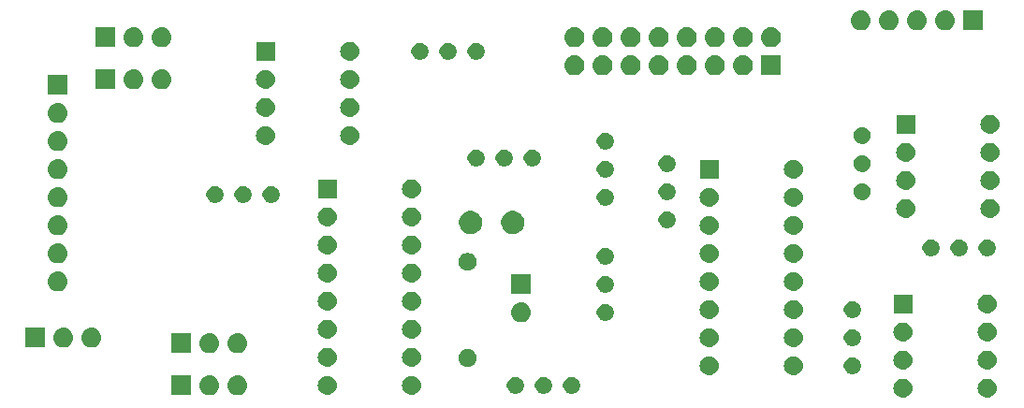
<source format=gbr>
G04 #@! TF.GenerationSoftware,KiCad,Pcbnew,(5.1.2-1)-1*
G04 #@! TF.CreationDate,2019-08-21T10:35:04-07:00*
G04 #@! TF.ProjectId,AS3340_VCO,41533333-3430-45f5-9643-4f2e6b696361,rev?*
G04 #@! TF.SameCoordinates,Original*
G04 #@! TF.FileFunction,Soldermask,Bot*
G04 #@! TF.FilePolarity,Negative*
%FSLAX46Y46*%
G04 Gerber Fmt 4.6, Leading zero omitted, Abs format (unit mm)*
G04 Created by KiCad (PCBNEW (5.1.2-1)-1) date 2019-08-21 10:35:04*
%MOMM*%
%LPD*%
G04 APERTURE LIST*
%ADD10C,0.150000*%
G04 APERTURE END LIST*
D10*
G36*
X229782823Y-97967313D02*
G01*
X229943242Y-98015976D01*
X230075906Y-98086886D01*
X230091078Y-98094996D01*
X230220659Y-98201341D01*
X230327004Y-98330922D01*
X230327005Y-98330924D01*
X230406024Y-98478758D01*
X230454687Y-98639177D01*
X230471117Y-98806000D01*
X230454687Y-98972823D01*
X230406024Y-99133242D01*
X230351498Y-99235252D01*
X230327004Y-99281078D01*
X230220659Y-99410659D01*
X230091078Y-99517004D01*
X230091076Y-99517005D01*
X229943242Y-99596024D01*
X229782823Y-99644687D01*
X229657804Y-99657000D01*
X229574196Y-99657000D01*
X229449177Y-99644687D01*
X229288758Y-99596024D01*
X229140924Y-99517005D01*
X229140922Y-99517004D01*
X229011341Y-99410659D01*
X228904996Y-99281078D01*
X228880502Y-99235252D01*
X228825976Y-99133242D01*
X228777313Y-98972823D01*
X228760883Y-98806000D01*
X228777313Y-98639177D01*
X228825976Y-98478758D01*
X228904995Y-98330924D01*
X228904996Y-98330922D01*
X229011341Y-98201341D01*
X229140922Y-98094996D01*
X229156094Y-98086886D01*
X229288758Y-98015976D01*
X229449177Y-97967313D01*
X229574196Y-97955000D01*
X229657804Y-97955000D01*
X229782823Y-97967313D01*
X229782823Y-97967313D01*
G37*
G36*
X222162823Y-97967313D02*
G01*
X222323242Y-98015976D01*
X222455906Y-98086886D01*
X222471078Y-98094996D01*
X222600659Y-98201341D01*
X222707004Y-98330922D01*
X222707005Y-98330924D01*
X222786024Y-98478758D01*
X222834687Y-98639177D01*
X222851117Y-98806000D01*
X222834687Y-98972823D01*
X222786024Y-99133242D01*
X222731498Y-99235252D01*
X222707004Y-99281078D01*
X222600659Y-99410659D01*
X222471078Y-99517004D01*
X222471076Y-99517005D01*
X222323242Y-99596024D01*
X222162823Y-99644687D01*
X222037804Y-99657000D01*
X221954196Y-99657000D01*
X221829177Y-99644687D01*
X221668758Y-99596024D01*
X221520924Y-99517005D01*
X221520922Y-99517004D01*
X221391341Y-99410659D01*
X221284996Y-99281078D01*
X221260502Y-99235252D01*
X221205976Y-99133242D01*
X221157313Y-98972823D01*
X221140883Y-98806000D01*
X221157313Y-98639177D01*
X221205976Y-98478758D01*
X221284995Y-98330924D01*
X221284996Y-98330922D01*
X221391341Y-98201341D01*
X221520922Y-98094996D01*
X221536094Y-98086886D01*
X221668758Y-98015976D01*
X221829177Y-97967313D01*
X221954196Y-97955000D01*
X222037804Y-97955000D01*
X222162823Y-97967313D01*
X222162823Y-97967313D01*
G37*
G36*
X161908443Y-97657519D02*
G01*
X161974627Y-97664037D01*
X162144466Y-97715557D01*
X162300991Y-97799222D01*
X162314890Y-97810629D01*
X162438186Y-97911814D01*
X162521448Y-98013271D01*
X162550778Y-98049009D01*
X162634443Y-98205534D01*
X162685963Y-98375373D01*
X162703359Y-98552000D01*
X162685963Y-98728627D01*
X162634443Y-98898466D01*
X162550778Y-99054991D01*
X162521448Y-99090729D01*
X162438186Y-99192186D01*
X162336729Y-99275448D01*
X162300991Y-99304778D01*
X162144466Y-99388443D01*
X161974627Y-99439963D01*
X161908443Y-99446481D01*
X161842260Y-99453000D01*
X161753740Y-99453000D01*
X161687557Y-99446481D01*
X161621373Y-99439963D01*
X161451534Y-99388443D01*
X161295009Y-99304778D01*
X161259271Y-99275448D01*
X161157814Y-99192186D01*
X161074552Y-99090729D01*
X161045222Y-99054991D01*
X160961557Y-98898466D01*
X160910037Y-98728627D01*
X160892641Y-98552000D01*
X160910037Y-98375373D01*
X160961557Y-98205534D01*
X161045222Y-98049009D01*
X161074552Y-98013271D01*
X161157814Y-97911814D01*
X161281110Y-97810629D01*
X161295009Y-97799222D01*
X161451534Y-97715557D01*
X161621373Y-97664037D01*
X161687557Y-97657519D01*
X161753740Y-97651000D01*
X161842260Y-97651000D01*
X161908443Y-97657519D01*
X161908443Y-97657519D01*
G37*
G36*
X159368443Y-97657519D02*
G01*
X159434627Y-97664037D01*
X159604466Y-97715557D01*
X159760991Y-97799222D01*
X159774890Y-97810629D01*
X159898186Y-97911814D01*
X159981448Y-98013271D01*
X160010778Y-98049009D01*
X160094443Y-98205534D01*
X160145963Y-98375373D01*
X160163359Y-98552000D01*
X160145963Y-98728627D01*
X160094443Y-98898466D01*
X160010778Y-99054991D01*
X159981448Y-99090729D01*
X159898186Y-99192186D01*
X159796729Y-99275448D01*
X159760991Y-99304778D01*
X159604466Y-99388443D01*
X159434627Y-99439963D01*
X159368443Y-99446481D01*
X159302260Y-99453000D01*
X159213740Y-99453000D01*
X159147557Y-99446481D01*
X159081373Y-99439963D01*
X158911534Y-99388443D01*
X158755009Y-99304778D01*
X158719271Y-99275448D01*
X158617814Y-99192186D01*
X158534552Y-99090729D01*
X158505222Y-99054991D01*
X158421557Y-98898466D01*
X158370037Y-98728627D01*
X158352641Y-98552000D01*
X158370037Y-98375373D01*
X158421557Y-98205534D01*
X158505222Y-98049009D01*
X158534552Y-98013271D01*
X158617814Y-97911814D01*
X158741110Y-97810629D01*
X158755009Y-97799222D01*
X158911534Y-97715557D01*
X159081373Y-97664037D01*
X159147557Y-97657519D01*
X159213740Y-97651000D01*
X159302260Y-97651000D01*
X159368443Y-97657519D01*
X159368443Y-97657519D01*
G37*
G36*
X157619000Y-99453000D02*
G01*
X155817000Y-99453000D01*
X155817000Y-97651000D01*
X157619000Y-97651000D01*
X157619000Y-99453000D01*
X157619000Y-99453000D01*
G37*
G36*
X177712823Y-97713313D02*
G01*
X177873242Y-97761976D01*
X177908833Y-97781000D01*
X178021078Y-97840996D01*
X178150659Y-97947341D01*
X178257004Y-98076922D01*
X178257005Y-98076924D01*
X178336024Y-98224758D01*
X178384687Y-98385177D01*
X178401117Y-98552000D01*
X178384687Y-98718823D01*
X178336024Y-98879242D01*
X178286004Y-98972823D01*
X178257004Y-99027078D01*
X178150659Y-99156659D01*
X178021078Y-99263004D01*
X178021076Y-99263005D01*
X177873242Y-99342024D01*
X177712823Y-99390687D01*
X177587804Y-99403000D01*
X177504196Y-99403000D01*
X177379177Y-99390687D01*
X177218758Y-99342024D01*
X177070924Y-99263005D01*
X177070922Y-99263004D01*
X176941341Y-99156659D01*
X176834996Y-99027078D01*
X176805996Y-98972823D01*
X176755976Y-98879242D01*
X176707313Y-98718823D01*
X176690883Y-98552000D01*
X176707313Y-98385177D01*
X176755976Y-98224758D01*
X176834995Y-98076924D01*
X176834996Y-98076922D01*
X176941341Y-97947341D01*
X177070922Y-97840996D01*
X177183167Y-97781000D01*
X177218758Y-97761976D01*
X177379177Y-97713313D01*
X177504196Y-97701000D01*
X177587804Y-97701000D01*
X177712823Y-97713313D01*
X177712823Y-97713313D01*
G37*
G36*
X170092823Y-97713313D02*
G01*
X170253242Y-97761976D01*
X170288833Y-97781000D01*
X170401078Y-97840996D01*
X170530659Y-97947341D01*
X170637004Y-98076922D01*
X170637005Y-98076924D01*
X170716024Y-98224758D01*
X170764687Y-98385177D01*
X170781117Y-98552000D01*
X170764687Y-98718823D01*
X170716024Y-98879242D01*
X170666004Y-98972823D01*
X170637004Y-99027078D01*
X170530659Y-99156659D01*
X170401078Y-99263004D01*
X170401076Y-99263005D01*
X170253242Y-99342024D01*
X170092823Y-99390687D01*
X169967804Y-99403000D01*
X169884196Y-99403000D01*
X169759177Y-99390687D01*
X169598758Y-99342024D01*
X169450924Y-99263005D01*
X169450922Y-99263004D01*
X169321341Y-99156659D01*
X169214996Y-99027078D01*
X169185996Y-98972823D01*
X169135976Y-98879242D01*
X169087313Y-98718823D01*
X169070883Y-98552000D01*
X169087313Y-98385177D01*
X169135976Y-98224758D01*
X169214995Y-98076924D01*
X169214996Y-98076922D01*
X169321341Y-97947341D01*
X169450922Y-97840996D01*
X169563167Y-97781000D01*
X169598758Y-97761976D01*
X169759177Y-97713313D01*
X169884196Y-97701000D01*
X169967804Y-97701000D01*
X170092823Y-97713313D01*
X170092823Y-97713313D01*
G37*
G36*
X192149589Y-97790876D02*
G01*
X192248893Y-97810629D01*
X192389206Y-97868748D01*
X192515484Y-97953125D01*
X192622875Y-98060516D01*
X192707252Y-98186794D01*
X192765371Y-98327107D01*
X192795000Y-98476063D01*
X192795000Y-98627937D01*
X192765371Y-98776893D01*
X192707252Y-98917206D01*
X192622875Y-99043484D01*
X192515484Y-99150875D01*
X192389206Y-99235252D01*
X192248893Y-99293371D01*
X192149589Y-99313124D01*
X192099938Y-99323000D01*
X191948062Y-99323000D01*
X191898411Y-99313124D01*
X191799107Y-99293371D01*
X191658794Y-99235252D01*
X191532516Y-99150875D01*
X191425125Y-99043484D01*
X191340748Y-98917206D01*
X191282629Y-98776893D01*
X191253000Y-98627937D01*
X191253000Y-98476063D01*
X191282629Y-98327107D01*
X191340748Y-98186794D01*
X191425125Y-98060516D01*
X191532516Y-97953125D01*
X191658794Y-97868748D01*
X191799107Y-97810629D01*
X191898411Y-97790876D01*
X191948062Y-97781000D01*
X192099938Y-97781000D01*
X192149589Y-97790876D01*
X192149589Y-97790876D01*
G37*
G36*
X189609589Y-97790876D02*
G01*
X189708893Y-97810629D01*
X189849206Y-97868748D01*
X189975484Y-97953125D01*
X190082875Y-98060516D01*
X190167252Y-98186794D01*
X190225371Y-98327107D01*
X190255000Y-98476063D01*
X190255000Y-98627937D01*
X190225371Y-98776893D01*
X190167252Y-98917206D01*
X190082875Y-99043484D01*
X189975484Y-99150875D01*
X189849206Y-99235252D01*
X189708893Y-99293371D01*
X189609589Y-99313124D01*
X189559938Y-99323000D01*
X189408062Y-99323000D01*
X189358411Y-99313124D01*
X189259107Y-99293371D01*
X189118794Y-99235252D01*
X188992516Y-99150875D01*
X188885125Y-99043484D01*
X188800748Y-98917206D01*
X188742629Y-98776893D01*
X188713000Y-98627937D01*
X188713000Y-98476063D01*
X188742629Y-98327107D01*
X188800748Y-98186794D01*
X188885125Y-98060516D01*
X188992516Y-97953125D01*
X189118794Y-97868748D01*
X189259107Y-97810629D01*
X189358411Y-97790876D01*
X189408062Y-97781000D01*
X189559938Y-97781000D01*
X189609589Y-97790876D01*
X189609589Y-97790876D01*
G37*
G36*
X187069589Y-97790876D02*
G01*
X187168893Y-97810629D01*
X187309206Y-97868748D01*
X187435484Y-97953125D01*
X187542875Y-98060516D01*
X187627252Y-98186794D01*
X187685371Y-98327107D01*
X187715000Y-98476063D01*
X187715000Y-98627937D01*
X187685371Y-98776893D01*
X187627252Y-98917206D01*
X187542875Y-99043484D01*
X187435484Y-99150875D01*
X187309206Y-99235252D01*
X187168893Y-99293371D01*
X187069589Y-99313124D01*
X187019938Y-99323000D01*
X186868062Y-99323000D01*
X186818411Y-99313124D01*
X186719107Y-99293371D01*
X186578794Y-99235252D01*
X186452516Y-99150875D01*
X186345125Y-99043484D01*
X186260748Y-98917206D01*
X186202629Y-98776893D01*
X186173000Y-98627937D01*
X186173000Y-98476063D01*
X186202629Y-98327107D01*
X186260748Y-98186794D01*
X186345125Y-98060516D01*
X186452516Y-97953125D01*
X186578794Y-97868748D01*
X186719107Y-97810629D01*
X186818411Y-97790876D01*
X186868062Y-97781000D01*
X187019938Y-97781000D01*
X187069589Y-97790876D01*
X187069589Y-97790876D01*
G37*
G36*
X204636823Y-95935313D02*
G01*
X204797242Y-95983976D01*
X204853274Y-96013926D01*
X204945078Y-96062996D01*
X205074659Y-96169341D01*
X205181004Y-96298922D01*
X205181005Y-96298924D01*
X205260024Y-96446758D01*
X205308687Y-96607177D01*
X205325117Y-96774000D01*
X205308687Y-96940823D01*
X205260024Y-97101242D01*
X205189114Y-97233906D01*
X205181004Y-97249078D01*
X205074659Y-97378659D01*
X204945078Y-97485004D01*
X204945076Y-97485005D01*
X204797242Y-97564024D01*
X204636823Y-97612687D01*
X204511804Y-97625000D01*
X204428196Y-97625000D01*
X204303177Y-97612687D01*
X204142758Y-97564024D01*
X203994924Y-97485005D01*
X203994922Y-97485004D01*
X203865341Y-97378659D01*
X203758996Y-97249078D01*
X203750886Y-97233906D01*
X203679976Y-97101242D01*
X203631313Y-96940823D01*
X203614883Y-96774000D01*
X203631313Y-96607177D01*
X203679976Y-96446758D01*
X203758995Y-96298924D01*
X203758996Y-96298922D01*
X203865341Y-96169341D01*
X203994922Y-96062996D01*
X204086726Y-96013926D01*
X204142758Y-95983976D01*
X204303177Y-95935313D01*
X204428196Y-95923000D01*
X204511804Y-95923000D01*
X204636823Y-95935313D01*
X204636823Y-95935313D01*
G37*
G36*
X212256823Y-95935313D02*
G01*
X212417242Y-95983976D01*
X212473274Y-96013926D01*
X212565078Y-96062996D01*
X212694659Y-96169341D01*
X212801004Y-96298922D01*
X212801005Y-96298924D01*
X212880024Y-96446758D01*
X212928687Y-96607177D01*
X212945117Y-96774000D01*
X212928687Y-96940823D01*
X212880024Y-97101242D01*
X212809114Y-97233906D01*
X212801004Y-97249078D01*
X212694659Y-97378659D01*
X212565078Y-97485004D01*
X212565076Y-97485005D01*
X212417242Y-97564024D01*
X212256823Y-97612687D01*
X212131804Y-97625000D01*
X212048196Y-97625000D01*
X211923177Y-97612687D01*
X211762758Y-97564024D01*
X211614924Y-97485005D01*
X211614922Y-97485004D01*
X211485341Y-97378659D01*
X211378996Y-97249078D01*
X211370886Y-97233906D01*
X211299976Y-97101242D01*
X211251313Y-96940823D01*
X211234883Y-96774000D01*
X211251313Y-96607177D01*
X211299976Y-96446758D01*
X211378995Y-96298924D01*
X211378996Y-96298922D01*
X211485341Y-96169341D01*
X211614922Y-96062996D01*
X211706726Y-96013926D01*
X211762758Y-95983976D01*
X211923177Y-95935313D01*
X212048196Y-95923000D01*
X212131804Y-95923000D01*
X212256823Y-95935313D01*
X212256823Y-95935313D01*
G37*
G36*
X217545183Y-96012000D02*
G01*
X217648893Y-96032629D01*
X217789206Y-96090748D01*
X217915484Y-96175125D01*
X218022875Y-96282516D01*
X218107252Y-96408794D01*
X218165371Y-96549107D01*
X218195000Y-96698063D01*
X218195000Y-96849937D01*
X218165371Y-96998893D01*
X218107252Y-97139206D01*
X218022875Y-97265484D01*
X217915484Y-97372875D01*
X217789206Y-97457252D01*
X217648893Y-97515371D01*
X217549589Y-97535124D01*
X217499938Y-97545000D01*
X217348062Y-97545000D01*
X217298411Y-97535124D01*
X217199107Y-97515371D01*
X217058794Y-97457252D01*
X216932516Y-97372875D01*
X216825125Y-97265484D01*
X216740748Y-97139206D01*
X216682629Y-96998893D01*
X216653000Y-96849937D01*
X216653000Y-96698063D01*
X216682629Y-96549107D01*
X216740748Y-96408794D01*
X216825125Y-96282516D01*
X216932516Y-96175125D01*
X217058794Y-96090748D01*
X217199107Y-96032629D01*
X217302817Y-96012000D01*
X217348062Y-96003000D01*
X217499938Y-96003000D01*
X217545183Y-96012000D01*
X217545183Y-96012000D01*
G37*
G36*
X229782823Y-95427313D02*
G01*
X229943242Y-95475976D01*
X230075906Y-95546886D01*
X230091078Y-95554996D01*
X230220659Y-95661341D01*
X230327004Y-95790922D01*
X230327005Y-95790924D01*
X230406024Y-95938758D01*
X230454687Y-96099177D01*
X230471117Y-96266000D01*
X230454687Y-96432823D01*
X230406024Y-96593242D01*
X230395861Y-96612255D01*
X230327004Y-96741078D01*
X230220659Y-96870659D01*
X230091078Y-96977004D01*
X230091076Y-96977005D01*
X229943242Y-97056024D01*
X229782823Y-97104687D01*
X229657804Y-97117000D01*
X229574196Y-97117000D01*
X229449177Y-97104687D01*
X229288758Y-97056024D01*
X229140924Y-96977005D01*
X229140922Y-96977004D01*
X229011341Y-96870659D01*
X228904996Y-96741078D01*
X228836139Y-96612255D01*
X228825976Y-96593242D01*
X228777313Y-96432823D01*
X228760883Y-96266000D01*
X228777313Y-96099177D01*
X228825976Y-95938758D01*
X228904995Y-95790924D01*
X228904996Y-95790922D01*
X229011341Y-95661341D01*
X229140922Y-95554996D01*
X229156094Y-95546886D01*
X229288758Y-95475976D01*
X229449177Y-95427313D01*
X229574196Y-95415000D01*
X229657804Y-95415000D01*
X229782823Y-95427313D01*
X229782823Y-95427313D01*
G37*
G36*
X222162823Y-95427313D02*
G01*
X222323242Y-95475976D01*
X222455906Y-95546886D01*
X222471078Y-95554996D01*
X222600659Y-95661341D01*
X222707004Y-95790922D01*
X222707005Y-95790924D01*
X222786024Y-95938758D01*
X222834687Y-96099177D01*
X222851117Y-96266000D01*
X222834687Y-96432823D01*
X222786024Y-96593242D01*
X222775861Y-96612255D01*
X222707004Y-96741078D01*
X222600659Y-96870659D01*
X222471078Y-96977004D01*
X222471076Y-96977005D01*
X222323242Y-97056024D01*
X222162823Y-97104687D01*
X222037804Y-97117000D01*
X221954196Y-97117000D01*
X221829177Y-97104687D01*
X221668758Y-97056024D01*
X221520924Y-96977005D01*
X221520922Y-96977004D01*
X221391341Y-96870659D01*
X221284996Y-96741078D01*
X221216139Y-96612255D01*
X221205976Y-96593242D01*
X221157313Y-96432823D01*
X221140883Y-96266000D01*
X221157313Y-96099177D01*
X221205976Y-95938758D01*
X221284995Y-95790924D01*
X221284996Y-95790922D01*
X221391341Y-95661341D01*
X221520922Y-95554996D01*
X221536094Y-95546886D01*
X221668758Y-95475976D01*
X221829177Y-95427313D01*
X221954196Y-95415000D01*
X222037804Y-95415000D01*
X222162823Y-95427313D01*
X222162823Y-95427313D01*
G37*
G36*
X182863142Y-95312242D02*
G01*
X183011101Y-95373529D01*
X183144255Y-95462499D01*
X183257501Y-95575745D01*
X183346471Y-95708899D01*
X183407758Y-95856858D01*
X183439000Y-96013925D01*
X183439000Y-96174075D01*
X183407758Y-96331142D01*
X183346471Y-96479101D01*
X183257501Y-96612255D01*
X183144255Y-96725501D01*
X183011101Y-96814471D01*
X182863142Y-96875758D01*
X182706075Y-96907000D01*
X182545925Y-96907000D01*
X182388858Y-96875758D01*
X182240899Y-96814471D01*
X182107745Y-96725501D01*
X181994499Y-96612255D01*
X181905529Y-96479101D01*
X181844242Y-96331142D01*
X181813000Y-96174075D01*
X181813000Y-96013925D01*
X181844242Y-95856858D01*
X181905529Y-95708899D01*
X181994499Y-95575745D01*
X182107745Y-95462499D01*
X182240899Y-95373529D01*
X182388858Y-95312242D01*
X182545925Y-95281000D01*
X182706075Y-95281000D01*
X182863142Y-95312242D01*
X182863142Y-95312242D01*
G37*
G36*
X177712823Y-95173313D02*
G01*
X177873242Y-95221976D01*
X177983668Y-95281000D01*
X178021078Y-95300996D01*
X178150659Y-95407341D01*
X178257004Y-95536922D01*
X178257005Y-95536924D01*
X178336024Y-95684758D01*
X178384687Y-95845177D01*
X178401117Y-96012000D01*
X178384687Y-96178823D01*
X178336024Y-96339242D01*
X178286004Y-96432823D01*
X178257004Y-96487078D01*
X178150659Y-96616659D01*
X178021078Y-96723004D01*
X178021076Y-96723005D01*
X177873242Y-96802024D01*
X177712823Y-96850687D01*
X177587804Y-96863000D01*
X177504196Y-96863000D01*
X177379177Y-96850687D01*
X177218758Y-96802024D01*
X177070924Y-96723005D01*
X177070922Y-96723004D01*
X176941341Y-96616659D01*
X176834996Y-96487078D01*
X176805996Y-96432823D01*
X176755976Y-96339242D01*
X176707313Y-96178823D01*
X176690883Y-96012000D01*
X176707313Y-95845177D01*
X176755976Y-95684758D01*
X176834995Y-95536924D01*
X176834996Y-95536922D01*
X176941341Y-95407341D01*
X177070922Y-95300996D01*
X177108332Y-95281000D01*
X177218758Y-95221976D01*
X177379177Y-95173313D01*
X177504196Y-95161000D01*
X177587804Y-95161000D01*
X177712823Y-95173313D01*
X177712823Y-95173313D01*
G37*
G36*
X170092823Y-95173313D02*
G01*
X170253242Y-95221976D01*
X170363668Y-95281000D01*
X170401078Y-95300996D01*
X170530659Y-95407341D01*
X170637004Y-95536922D01*
X170637005Y-95536924D01*
X170716024Y-95684758D01*
X170764687Y-95845177D01*
X170781117Y-96012000D01*
X170764687Y-96178823D01*
X170716024Y-96339242D01*
X170666004Y-96432823D01*
X170637004Y-96487078D01*
X170530659Y-96616659D01*
X170401078Y-96723004D01*
X170401076Y-96723005D01*
X170253242Y-96802024D01*
X170092823Y-96850687D01*
X169967804Y-96863000D01*
X169884196Y-96863000D01*
X169759177Y-96850687D01*
X169598758Y-96802024D01*
X169450924Y-96723005D01*
X169450922Y-96723004D01*
X169321341Y-96616659D01*
X169214996Y-96487078D01*
X169185996Y-96432823D01*
X169135976Y-96339242D01*
X169087313Y-96178823D01*
X169070883Y-96012000D01*
X169087313Y-95845177D01*
X169135976Y-95684758D01*
X169214995Y-95536924D01*
X169214996Y-95536922D01*
X169321341Y-95407341D01*
X169450922Y-95300996D01*
X169488332Y-95281000D01*
X169598758Y-95221976D01*
X169759177Y-95173313D01*
X169884196Y-95161000D01*
X169967804Y-95161000D01*
X170092823Y-95173313D01*
X170092823Y-95173313D01*
G37*
G36*
X161908443Y-93847519D02*
G01*
X161974627Y-93854037D01*
X162144466Y-93905557D01*
X162300991Y-93989222D01*
X162325221Y-94009107D01*
X162438186Y-94101814D01*
X162519647Y-94201076D01*
X162550778Y-94239009D01*
X162634443Y-94395534D01*
X162685963Y-94565373D01*
X162703359Y-94742000D01*
X162685963Y-94918627D01*
X162634443Y-95088466D01*
X162550778Y-95244991D01*
X162521448Y-95280729D01*
X162438186Y-95382186D01*
X162340323Y-95462499D01*
X162300991Y-95494778D01*
X162144466Y-95578443D01*
X161974627Y-95629963D01*
X161908442Y-95636482D01*
X161842260Y-95643000D01*
X161753740Y-95643000D01*
X161687558Y-95636482D01*
X161621373Y-95629963D01*
X161451534Y-95578443D01*
X161295009Y-95494778D01*
X161255677Y-95462499D01*
X161157814Y-95382186D01*
X161074552Y-95280729D01*
X161045222Y-95244991D01*
X160961557Y-95088466D01*
X160910037Y-94918627D01*
X160892641Y-94742000D01*
X160910037Y-94565373D01*
X160961557Y-94395534D01*
X161045222Y-94239009D01*
X161076353Y-94201076D01*
X161157814Y-94101814D01*
X161270779Y-94009107D01*
X161295009Y-93989222D01*
X161451534Y-93905557D01*
X161621373Y-93854037D01*
X161687557Y-93847519D01*
X161753740Y-93841000D01*
X161842260Y-93841000D01*
X161908443Y-93847519D01*
X161908443Y-93847519D01*
G37*
G36*
X159368443Y-93847519D02*
G01*
X159434627Y-93854037D01*
X159604466Y-93905557D01*
X159760991Y-93989222D01*
X159785221Y-94009107D01*
X159898186Y-94101814D01*
X159979647Y-94201076D01*
X160010778Y-94239009D01*
X160094443Y-94395534D01*
X160145963Y-94565373D01*
X160163359Y-94742000D01*
X160145963Y-94918627D01*
X160094443Y-95088466D01*
X160010778Y-95244991D01*
X159981448Y-95280729D01*
X159898186Y-95382186D01*
X159800323Y-95462499D01*
X159760991Y-95494778D01*
X159604466Y-95578443D01*
X159434627Y-95629963D01*
X159368442Y-95636482D01*
X159302260Y-95643000D01*
X159213740Y-95643000D01*
X159147558Y-95636482D01*
X159081373Y-95629963D01*
X158911534Y-95578443D01*
X158755009Y-95494778D01*
X158715677Y-95462499D01*
X158617814Y-95382186D01*
X158534552Y-95280729D01*
X158505222Y-95244991D01*
X158421557Y-95088466D01*
X158370037Y-94918627D01*
X158352641Y-94742000D01*
X158370037Y-94565373D01*
X158421557Y-94395534D01*
X158505222Y-94239009D01*
X158536353Y-94201076D01*
X158617814Y-94101814D01*
X158730779Y-94009107D01*
X158755009Y-93989222D01*
X158911534Y-93905557D01*
X159081373Y-93854037D01*
X159147557Y-93847519D01*
X159213740Y-93841000D01*
X159302260Y-93841000D01*
X159368443Y-93847519D01*
X159368443Y-93847519D01*
G37*
G36*
X157619000Y-95643000D02*
G01*
X155817000Y-95643000D01*
X155817000Y-93841000D01*
X157619000Y-93841000D01*
X157619000Y-95643000D01*
X157619000Y-95643000D01*
G37*
G36*
X148700442Y-93339518D02*
G01*
X148766627Y-93346037D01*
X148936466Y-93397557D01*
X149092991Y-93481222D01*
X149106890Y-93492629D01*
X149230186Y-93593814D01*
X149313448Y-93695271D01*
X149342778Y-93731009D01*
X149426443Y-93887534D01*
X149477963Y-94057373D01*
X149495359Y-94234000D01*
X149477963Y-94410627D01*
X149426443Y-94580466D01*
X149342778Y-94736991D01*
X149338667Y-94742000D01*
X149230186Y-94874186D01*
X149128729Y-94957448D01*
X149092991Y-94986778D01*
X148936466Y-95070443D01*
X148766627Y-95121963D01*
X148700442Y-95128482D01*
X148634260Y-95135000D01*
X148545740Y-95135000D01*
X148479558Y-95128482D01*
X148413373Y-95121963D01*
X148243534Y-95070443D01*
X148087009Y-94986778D01*
X148051271Y-94957448D01*
X147949814Y-94874186D01*
X147841333Y-94742000D01*
X147837222Y-94736991D01*
X147753557Y-94580466D01*
X147702037Y-94410627D01*
X147684641Y-94234000D01*
X147702037Y-94057373D01*
X147753557Y-93887534D01*
X147837222Y-93731009D01*
X147866552Y-93695271D01*
X147949814Y-93593814D01*
X148073110Y-93492629D01*
X148087009Y-93481222D01*
X148243534Y-93397557D01*
X148413373Y-93346037D01*
X148479558Y-93339518D01*
X148545740Y-93333000D01*
X148634260Y-93333000D01*
X148700442Y-93339518D01*
X148700442Y-93339518D01*
G37*
G36*
X144411000Y-95135000D02*
G01*
X142609000Y-95135000D01*
X142609000Y-93333000D01*
X144411000Y-93333000D01*
X144411000Y-95135000D01*
X144411000Y-95135000D01*
G37*
G36*
X146160442Y-93339518D02*
G01*
X146226627Y-93346037D01*
X146396466Y-93397557D01*
X146552991Y-93481222D01*
X146566890Y-93492629D01*
X146690186Y-93593814D01*
X146773448Y-93695271D01*
X146802778Y-93731009D01*
X146886443Y-93887534D01*
X146937963Y-94057373D01*
X146955359Y-94234000D01*
X146937963Y-94410627D01*
X146886443Y-94580466D01*
X146802778Y-94736991D01*
X146798667Y-94742000D01*
X146690186Y-94874186D01*
X146588729Y-94957448D01*
X146552991Y-94986778D01*
X146396466Y-95070443D01*
X146226627Y-95121963D01*
X146160442Y-95128482D01*
X146094260Y-95135000D01*
X146005740Y-95135000D01*
X145939558Y-95128482D01*
X145873373Y-95121963D01*
X145703534Y-95070443D01*
X145547009Y-94986778D01*
X145511271Y-94957448D01*
X145409814Y-94874186D01*
X145301333Y-94742000D01*
X145297222Y-94736991D01*
X145213557Y-94580466D01*
X145162037Y-94410627D01*
X145144641Y-94234000D01*
X145162037Y-94057373D01*
X145213557Y-93887534D01*
X145297222Y-93731009D01*
X145326552Y-93695271D01*
X145409814Y-93593814D01*
X145533110Y-93492629D01*
X145547009Y-93481222D01*
X145703534Y-93397557D01*
X145873373Y-93346037D01*
X145939558Y-93339518D01*
X146005740Y-93333000D01*
X146094260Y-93333000D01*
X146160442Y-93339518D01*
X146160442Y-93339518D01*
G37*
G36*
X212256823Y-93395313D02*
G01*
X212417242Y-93443976D01*
X212486922Y-93481221D01*
X212565078Y-93522996D01*
X212694659Y-93629341D01*
X212801004Y-93758922D01*
X212801005Y-93758924D01*
X212880024Y-93906758D01*
X212928687Y-94067177D01*
X212945117Y-94234000D01*
X212928687Y-94400823D01*
X212880024Y-94561242D01*
X212809114Y-94693906D01*
X212801004Y-94709078D01*
X212694659Y-94838659D01*
X212565078Y-94945004D01*
X212565076Y-94945005D01*
X212417242Y-95024024D01*
X212256823Y-95072687D01*
X212131804Y-95085000D01*
X212048196Y-95085000D01*
X211923177Y-95072687D01*
X211762758Y-95024024D01*
X211614924Y-94945005D01*
X211614922Y-94945004D01*
X211485341Y-94838659D01*
X211378996Y-94709078D01*
X211370886Y-94693906D01*
X211299976Y-94561242D01*
X211251313Y-94400823D01*
X211234883Y-94234000D01*
X211251313Y-94067177D01*
X211299976Y-93906758D01*
X211378995Y-93758924D01*
X211378996Y-93758922D01*
X211485341Y-93629341D01*
X211614922Y-93522996D01*
X211693078Y-93481221D01*
X211762758Y-93443976D01*
X211923177Y-93395313D01*
X212048196Y-93383000D01*
X212131804Y-93383000D01*
X212256823Y-93395313D01*
X212256823Y-93395313D01*
G37*
G36*
X204636823Y-93395313D02*
G01*
X204797242Y-93443976D01*
X204866922Y-93481221D01*
X204945078Y-93522996D01*
X205074659Y-93629341D01*
X205181004Y-93758922D01*
X205181005Y-93758924D01*
X205260024Y-93906758D01*
X205308687Y-94067177D01*
X205325117Y-94234000D01*
X205308687Y-94400823D01*
X205260024Y-94561242D01*
X205189114Y-94693906D01*
X205181004Y-94709078D01*
X205074659Y-94838659D01*
X204945078Y-94945004D01*
X204945076Y-94945005D01*
X204797242Y-95024024D01*
X204636823Y-95072687D01*
X204511804Y-95085000D01*
X204428196Y-95085000D01*
X204303177Y-95072687D01*
X204142758Y-95024024D01*
X203994924Y-94945005D01*
X203994922Y-94945004D01*
X203865341Y-94838659D01*
X203758996Y-94709078D01*
X203750886Y-94693906D01*
X203679976Y-94561242D01*
X203631313Y-94400823D01*
X203614883Y-94234000D01*
X203631313Y-94067177D01*
X203679976Y-93906758D01*
X203758995Y-93758924D01*
X203758996Y-93758922D01*
X203865341Y-93629341D01*
X203994922Y-93522996D01*
X204073078Y-93481221D01*
X204142758Y-93443976D01*
X204303177Y-93395313D01*
X204428196Y-93383000D01*
X204511804Y-93383000D01*
X204636823Y-93395313D01*
X204636823Y-93395313D01*
G37*
G36*
X217545183Y-93472000D02*
G01*
X217648893Y-93492629D01*
X217789206Y-93550748D01*
X217915484Y-93635125D01*
X218022875Y-93742516D01*
X218107252Y-93868794D01*
X218165371Y-94009107D01*
X218195000Y-94158063D01*
X218195000Y-94309937D01*
X218165371Y-94458893D01*
X218107252Y-94599206D01*
X218022875Y-94725484D01*
X217915484Y-94832875D01*
X217789206Y-94917252D01*
X217648893Y-94975371D01*
X217549589Y-94995124D01*
X217499938Y-95005000D01*
X217348062Y-95005000D01*
X217298411Y-94995124D01*
X217199107Y-94975371D01*
X217058794Y-94917252D01*
X216932516Y-94832875D01*
X216825125Y-94725484D01*
X216740748Y-94599206D01*
X216682629Y-94458893D01*
X216653000Y-94309937D01*
X216653000Y-94158063D01*
X216682629Y-94009107D01*
X216740748Y-93868794D01*
X216825125Y-93742516D01*
X216932516Y-93635125D01*
X217058794Y-93550748D01*
X217199107Y-93492629D01*
X217302817Y-93472000D01*
X217348062Y-93463000D01*
X217499938Y-93463000D01*
X217545183Y-93472000D01*
X217545183Y-93472000D01*
G37*
G36*
X222162823Y-92887313D02*
G01*
X222323242Y-92935976D01*
X222455906Y-93006886D01*
X222471078Y-93014996D01*
X222600659Y-93121341D01*
X222707004Y-93250922D01*
X222707005Y-93250924D01*
X222786024Y-93398758D01*
X222834687Y-93559177D01*
X222851117Y-93726000D01*
X222834687Y-93892823D01*
X222786024Y-94053242D01*
X222760061Y-94101815D01*
X222707004Y-94201078D01*
X222600659Y-94330659D01*
X222471078Y-94437004D01*
X222471076Y-94437005D01*
X222323242Y-94516024D01*
X222162823Y-94564687D01*
X222037804Y-94577000D01*
X221954196Y-94577000D01*
X221829177Y-94564687D01*
X221668758Y-94516024D01*
X221520924Y-94437005D01*
X221520922Y-94437004D01*
X221391341Y-94330659D01*
X221284996Y-94201078D01*
X221231939Y-94101815D01*
X221205976Y-94053242D01*
X221157313Y-93892823D01*
X221140883Y-93726000D01*
X221157313Y-93559177D01*
X221205976Y-93398758D01*
X221284995Y-93250924D01*
X221284996Y-93250922D01*
X221391341Y-93121341D01*
X221520922Y-93014996D01*
X221536094Y-93006886D01*
X221668758Y-92935976D01*
X221829177Y-92887313D01*
X221954196Y-92875000D01*
X222037804Y-92875000D01*
X222162823Y-92887313D01*
X222162823Y-92887313D01*
G37*
G36*
X229782823Y-92887313D02*
G01*
X229943242Y-92935976D01*
X230075906Y-93006886D01*
X230091078Y-93014996D01*
X230220659Y-93121341D01*
X230327004Y-93250922D01*
X230327005Y-93250924D01*
X230406024Y-93398758D01*
X230454687Y-93559177D01*
X230471117Y-93726000D01*
X230454687Y-93892823D01*
X230406024Y-94053242D01*
X230380061Y-94101815D01*
X230327004Y-94201078D01*
X230220659Y-94330659D01*
X230091078Y-94437004D01*
X230091076Y-94437005D01*
X229943242Y-94516024D01*
X229782823Y-94564687D01*
X229657804Y-94577000D01*
X229574196Y-94577000D01*
X229449177Y-94564687D01*
X229288758Y-94516024D01*
X229140924Y-94437005D01*
X229140922Y-94437004D01*
X229011341Y-94330659D01*
X228904996Y-94201078D01*
X228851939Y-94101815D01*
X228825976Y-94053242D01*
X228777313Y-93892823D01*
X228760883Y-93726000D01*
X228777313Y-93559177D01*
X228825976Y-93398758D01*
X228904995Y-93250924D01*
X228904996Y-93250922D01*
X229011341Y-93121341D01*
X229140922Y-93014996D01*
X229156094Y-93006886D01*
X229288758Y-92935976D01*
X229449177Y-92887313D01*
X229574196Y-92875000D01*
X229657804Y-92875000D01*
X229782823Y-92887313D01*
X229782823Y-92887313D01*
G37*
G36*
X170092823Y-92633313D02*
G01*
X170253242Y-92681976D01*
X170385906Y-92752886D01*
X170401078Y-92760996D01*
X170530659Y-92867341D01*
X170637004Y-92996922D01*
X170637005Y-92996924D01*
X170716024Y-93144758D01*
X170764687Y-93305177D01*
X170781117Y-93472000D01*
X170764687Y-93638823D01*
X170716024Y-93799242D01*
X170668832Y-93887532D01*
X170637004Y-93947078D01*
X170530659Y-94076659D01*
X170401078Y-94183004D01*
X170401076Y-94183005D01*
X170253242Y-94262024D01*
X170092823Y-94310687D01*
X169967804Y-94323000D01*
X169884196Y-94323000D01*
X169759177Y-94310687D01*
X169598758Y-94262024D01*
X169450924Y-94183005D01*
X169450922Y-94183004D01*
X169321341Y-94076659D01*
X169214996Y-93947078D01*
X169183168Y-93887532D01*
X169135976Y-93799242D01*
X169087313Y-93638823D01*
X169070883Y-93472000D01*
X169087313Y-93305177D01*
X169135976Y-93144758D01*
X169214995Y-92996924D01*
X169214996Y-92996922D01*
X169321341Y-92867341D01*
X169450922Y-92760996D01*
X169466094Y-92752886D01*
X169598758Y-92681976D01*
X169759177Y-92633313D01*
X169884196Y-92621000D01*
X169967804Y-92621000D01*
X170092823Y-92633313D01*
X170092823Y-92633313D01*
G37*
G36*
X177712823Y-92633313D02*
G01*
X177873242Y-92681976D01*
X178005906Y-92752886D01*
X178021078Y-92760996D01*
X178150659Y-92867341D01*
X178257004Y-92996922D01*
X178257005Y-92996924D01*
X178336024Y-93144758D01*
X178384687Y-93305177D01*
X178401117Y-93472000D01*
X178384687Y-93638823D01*
X178336024Y-93799242D01*
X178288832Y-93887532D01*
X178257004Y-93947078D01*
X178150659Y-94076659D01*
X178021078Y-94183004D01*
X178021076Y-94183005D01*
X177873242Y-94262024D01*
X177712823Y-94310687D01*
X177587804Y-94323000D01*
X177504196Y-94323000D01*
X177379177Y-94310687D01*
X177218758Y-94262024D01*
X177070924Y-94183005D01*
X177070922Y-94183004D01*
X176941341Y-94076659D01*
X176834996Y-93947078D01*
X176803168Y-93887532D01*
X176755976Y-93799242D01*
X176707313Y-93638823D01*
X176690883Y-93472000D01*
X176707313Y-93305177D01*
X176755976Y-93144758D01*
X176834995Y-92996924D01*
X176834996Y-92996922D01*
X176941341Y-92867341D01*
X177070922Y-92760996D01*
X177086094Y-92752886D01*
X177218758Y-92681976D01*
X177379177Y-92633313D01*
X177504196Y-92621000D01*
X177587804Y-92621000D01*
X177712823Y-92633313D01*
X177712823Y-92633313D01*
G37*
G36*
X187562442Y-91053518D02*
G01*
X187628627Y-91060037D01*
X187798466Y-91111557D01*
X187954991Y-91195222D01*
X187968890Y-91206629D01*
X188092186Y-91307814D01*
X188173647Y-91407076D01*
X188204778Y-91445009D01*
X188288443Y-91601534D01*
X188339963Y-91771373D01*
X188357359Y-91948000D01*
X188339963Y-92124627D01*
X188288443Y-92294466D01*
X188204778Y-92450991D01*
X188175448Y-92486729D01*
X188092186Y-92588186D01*
X187990729Y-92671448D01*
X187954991Y-92700778D01*
X187798466Y-92784443D01*
X187628627Y-92835963D01*
X187562442Y-92842482D01*
X187496260Y-92849000D01*
X187407740Y-92849000D01*
X187341558Y-92842482D01*
X187275373Y-92835963D01*
X187105534Y-92784443D01*
X186949009Y-92700778D01*
X186913271Y-92671448D01*
X186811814Y-92588186D01*
X186728552Y-92486729D01*
X186699222Y-92450991D01*
X186615557Y-92294466D01*
X186564037Y-92124627D01*
X186546641Y-91948000D01*
X186564037Y-91771373D01*
X186615557Y-91601534D01*
X186699222Y-91445009D01*
X186730353Y-91407076D01*
X186811814Y-91307814D01*
X186935110Y-91206629D01*
X186949009Y-91195222D01*
X187105534Y-91111557D01*
X187275373Y-91060037D01*
X187341558Y-91053518D01*
X187407740Y-91047000D01*
X187496260Y-91047000D01*
X187562442Y-91053518D01*
X187562442Y-91053518D01*
G37*
G36*
X195193183Y-91186000D02*
G01*
X195296893Y-91206629D01*
X195437206Y-91264748D01*
X195563484Y-91349125D01*
X195670875Y-91456516D01*
X195755252Y-91582794D01*
X195813371Y-91723107D01*
X195843000Y-91872063D01*
X195843000Y-92023937D01*
X195813371Y-92172893D01*
X195755252Y-92313206D01*
X195670875Y-92439484D01*
X195563484Y-92546875D01*
X195437206Y-92631252D01*
X195296893Y-92689371D01*
X195197589Y-92709124D01*
X195147938Y-92719000D01*
X194996062Y-92719000D01*
X194946411Y-92709124D01*
X194847107Y-92689371D01*
X194706794Y-92631252D01*
X194580516Y-92546875D01*
X194473125Y-92439484D01*
X194388748Y-92313206D01*
X194330629Y-92172893D01*
X194301000Y-92023937D01*
X194301000Y-91872063D01*
X194330629Y-91723107D01*
X194388748Y-91582794D01*
X194473125Y-91456516D01*
X194580516Y-91349125D01*
X194706794Y-91264748D01*
X194847107Y-91206629D01*
X194950817Y-91186000D01*
X194996062Y-91177000D01*
X195147938Y-91177000D01*
X195193183Y-91186000D01*
X195193183Y-91186000D01*
G37*
G36*
X212256823Y-90855313D02*
G01*
X212417242Y-90903976D01*
X212508265Y-90952629D01*
X212565078Y-90982996D01*
X212694659Y-91089341D01*
X212801004Y-91218922D01*
X212801005Y-91218924D01*
X212880024Y-91366758D01*
X212928687Y-91527177D01*
X212945117Y-91694000D01*
X212928687Y-91860823D01*
X212880024Y-92021242D01*
X212809114Y-92153906D01*
X212801004Y-92169078D01*
X212694659Y-92298659D01*
X212565078Y-92405004D01*
X212565076Y-92405005D01*
X212417242Y-92484024D01*
X212256823Y-92532687D01*
X212131804Y-92545000D01*
X212048196Y-92545000D01*
X211923177Y-92532687D01*
X211762758Y-92484024D01*
X211614924Y-92405005D01*
X211614922Y-92405004D01*
X211485341Y-92298659D01*
X211378996Y-92169078D01*
X211370886Y-92153906D01*
X211299976Y-92021242D01*
X211251313Y-91860823D01*
X211234883Y-91694000D01*
X211251313Y-91527177D01*
X211299976Y-91366758D01*
X211378995Y-91218924D01*
X211378996Y-91218922D01*
X211485341Y-91089341D01*
X211614922Y-90982996D01*
X211671735Y-90952629D01*
X211762758Y-90903976D01*
X211923177Y-90855313D01*
X212048196Y-90843000D01*
X212131804Y-90843000D01*
X212256823Y-90855313D01*
X212256823Y-90855313D01*
G37*
G36*
X204636823Y-90855313D02*
G01*
X204797242Y-90903976D01*
X204888265Y-90952629D01*
X204945078Y-90982996D01*
X205074659Y-91089341D01*
X205181004Y-91218922D01*
X205181005Y-91218924D01*
X205260024Y-91366758D01*
X205308687Y-91527177D01*
X205325117Y-91694000D01*
X205308687Y-91860823D01*
X205260024Y-92021242D01*
X205189114Y-92153906D01*
X205181004Y-92169078D01*
X205074659Y-92298659D01*
X204945078Y-92405004D01*
X204945076Y-92405005D01*
X204797242Y-92484024D01*
X204636823Y-92532687D01*
X204511804Y-92545000D01*
X204428196Y-92545000D01*
X204303177Y-92532687D01*
X204142758Y-92484024D01*
X203994924Y-92405005D01*
X203994922Y-92405004D01*
X203865341Y-92298659D01*
X203758996Y-92169078D01*
X203750886Y-92153906D01*
X203679976Y-92021242D01*
X203631313Y-91860823D01*
X203614883Y-91694000D01*
X203631313Y-91527177D01*
X203679976Y-91366758D01*
X203758995Y-91218924D01*
X203758996Y-91218922D01*
X203865341Y-91089341D01*
X203994922Y-90982996D01*
X204051735Y-90952629D01*
X204142758Y-90903976D01*
X204303177Y-90855313D01*
X204428196Y-90843000D01*
X204511804Y-90843000D01*
X204636823Y-90855313D01*
X204636823Y-90855313D01*
G37*
G36*
X217545183Y-90932000D02*
G01*
X217648893Y-90952629D01*
X217789206Y-91010748D01*
X217915484Y-91095125D01*
X218022875Y-91202516D01*
X218107252Y-91328794D01*
X218165371Y-91469107D01*
X218165371Y-91469109D01*
X218195000Y-91618062D01*
X218195000Y-91769938D01*
X218194714Y-91771375D01*
X218165371Y-91918893D01*
X218107252Y-92059206D01*
X218022875Y-92185484D01*
X217915484Y-92292875D01*
X217789206Y-92377252D01*
X217648893Y-92435371D01*
X217570365Y-92450991D01*
X217499938Y-92465000D01*
X217348062Y-92465000D01*
X217277635Y-92450991D01*
X217199107Y-92435371D01*
X217058794Y-92377252D01*
X216932516Y-92292875D01*
X216825125Y-92185484D01*
X216740748Y-92059206D01*
X216682629Y-91918893D01*
X216653286Y-91771375D01*
X216653000Y-91769938D01*
X216653000Y-91618062D01*
X216682629Y-91469109D01*
X216682629Y-91469107D01*
X216740748Y-91328794D01*
X216825125Y-91202516D01*
X216932516Y-91095125D01*
X217058794Y-91010748D01*
X217199107Y-90952629D01*
X217302817Y-90932000D01*
X217348062Y-90923000D01*
X217499938Y-90923000D01*
X217545183Y-90932000D01*
X217545183Y-90932000D01*
G37*
G36*
X229782823Y-90347313D02*
G01*
X229943242Y-90395976D01*
X230075906Y-90466886D01*
X230091078Y-90474996D01*
X230220659Y-90581341D01*
X230327004Y-90710922D01*
X230327005Y-90710924D01*
X230406024Y-90858758D01*
X230454687Y-91019177D01*
X230471117Y-91186000D01*
X230454687Y-91352823D01*
X230406024Y-91513242D01*
X230358832Y-91601532D01*
X230327004Y-91661078D01*
X230220659Y-91790659D01*
X230091078Y-91897004D01*
X230091076Y-91897005D01*
X229943242Y-91976024D01*
X229782823Y-92024687D01*
X229657804Y-92037000D01*
X229574196Y-92037000D01*
X229449177Y-92024687D01*
X229288758Y-91976024D01*
X229140924Y-91897005D01*
X229140922Y-91897004D01*
X229011341Y-91790659D01*
X228904996Y-91661078D01*
X228873168Y-91601532D01*
X228825976Y-91513242D01*
X228777313Y-91352823D01*
X228760883Y-91186000D01*
X228777313Y-91019177D01*
X228825976Y-90858758D01*
X228904995Y-90710924D01*
X228904996Y-90710922D01*
X229011341Y-90581341D01*
X229140922Y-90474996D01*
X229156094Y-90466886D01*
X229288758Y-90395976D01*
X229449177Y-90347313D01*
X229574196Y-90335000D01*
X229657804Y-90335000D01*
X229782823Y-90347313D01*
X229782823Y-90347313D01*
G37*
G36*
X222847000Y-92037000D02*
G01*
X221145000Y-92037000D01*
X221145000Y-90335000D01*
X222847000Y-90335000D01*
X222847000Y-92037000D01*
X222847000Y-92037000D01*
G37*
G36*
X177712823Y-90093313D02*
G01*
X177873242Y-90141976D01*
X178005906Y-90212886D01*
X178021078Y-90220996D01*
X178150659Y-90327341D01*
X178257004Y-90456922D01*
X178257005Y-90456924D01*
X178336024Y-90604758D01*
X178384687Y-90765177D01*
X178401117Y-90932000D01*
X178384687Y-91098823D01*
X178336024Y-91259242D01*
X178287980Y-91349125D01*
X178257004Y-91407078D01*
X178150659Y-91536659D01*
X178021078Y-91643004D01*
X178021076Y-91643005D01*
X177873242Y-91722024D01*
X177873239Y-91722025D01*
X177843380Y-91731083D01*
X177712823Y-91770687D01*
X177587804Y-91783000D01*
X177504196Y-91783000D01*
X177379177Y-91770687D01*
X177248620Y-91731083D01*
X177218761Y-91722025D01*
X177218758Y-91722024D01*
X177070924Y-91643005D01*
X177070922Y-91643004D01*
X176941341Y-91536659D01*
X176834996Y-91407078D01*
X176804020Y-91349125D01*
X176755976Y-91259242D01*
X176707313Y-91098823D01*
X176690883Y-90932000D01*
X176707313Y-90765177D01*
X176755976Y-90604758D01*
X176834995Y-90456924D01*
X176834996Y-90456922D01*
X176941341Y-90327341D01*
X177070922Y-90220996D01*
X177086094Y-90212886D01*
X177218758Y-90141976D01*
X177379177Y-90093313D01*
X177504196Y-90081000D01*
X177587804Y-90081000D01*
X177712823Y-90093313D01*
X177712823Y-90093313D01*
G37*
G36*
X170092823Y-90093313D02*
G01*
X170253242Y-90141976D01*
X170385906Y-90212886D01*
X170401078Y-90220996D01*
X170530659Y-90327341D01*
X170637004Y-90456922D01*
X170637005Y-90456924D01*
X170716024Y-90604758D01*
X170764687Y-90765177D01*
X170781117Y-90932000D01*
X170764687Y-91098823D01*
X170716024Y-91259242D01*
X170667980Y-91349125D01*
X170637004Y-91407078D01*
X170530659Y-91536659D01*
X170401078Y-91643004D01*
X170401076Y-91643005D01*
X170253242Y-91722024D01*
X170253239Y-91722025D01*
X170223380Y-91731083D01*
X170092823Y-91770687D01*
X169967804Y-91783000D01*
X169884196Y-91783000D01*
X169759177Y-91770687D01*
X169628620Y-91731083D01*
X169598761Y-91722025D01*
X169598758Y-91722024D01*
X169450924Y-91643005D01*
X169450922Y-91643004D01*
X169321341Y-91536659D01*
X169214996Y-91407078D01*
X169184020Y-91349125D01*
X169135976Y-91259242D01*
X169087313Y-91098823D01*
X169070883Y-90932000D01*
X169087313Y-90765177D01*
X169135976Y-90604758D01*
X169214995Y-90456924D01*
X169214996Y-90456922D01*
X169321341Y-90327341D01*
X169450922Y-90220996D01*
X169466094Y-90212886D01*
X169598758Y-90141976D01*
X169759177Y-90093313D01*
X169884196Y-90081000D01*
X169967804Y-90081000D01*
X170092823Y-90093313D01*
X170092823Y-90093313D01*
G37*
G36*
X188353000Y-90309000D02*
G01*
X186551000Y-90309000D01*
X186551000Y-88507000D01*
X188353000Y-88507000D01*
X188353000Y-90309000D01*
X188353000Y-90309000D01*
G37*
G36*
X195197589Y-88646876D02*
G01*
X195296893Y-88666629D01*
X195437206Y-88724748D01*
X195563484Y-88809125D01*
X195670875Y-88916516D01*
X195755252Y-89042794D01*
X195813371Y-89183107D01*
X195813371Y-89183109D01*
X195842715Y-89330627D01*
X195843000Y-89332063D01*
X195843000Y-89483937D01*
X195813371Y-89632893D01*
X195755252Y-89773206D01*
X195670875Y-89899484D01*
X195563484Y-90006875D01*
X195437206Y-90091252D01*
X195296893Y-90149371D01*
X195197589Y-90169124D01*
X195147938Y-90179000D01*
X194996062Y-90179000D01*
X194946411Y-90169124D01*
X194847107Y-90149371D01*
X194706794Y-90091252D01*
X194580516Y-90006875D01*
X194473125Y-89899484D01*
X194388748Y-89773206D01*
X194330629Y-89632893D01*
X194301000Y-89483937D01*
X194301000Y-89332063D01*
X194301286Y-89330627D01*
X194330629Y-89183109D01*
X194330629Y-89183107D01*
X194388748Y-89042794D01*
X194473125Y-88916516D01*
X194580516Y-88809125D01*
X194706794Y-88724748D01*
X194847107Y-88666629D01*
X194946411Y-88646876D01*
X194996062Y-88637000D01*
X195147938Y-88637000D01*
X195197589Y-88646876D01*
X195197589Y-88646876D01*
G37*
G36*
X145652443Y-88259519D02*
G01*
X145718627Y-88266037D01*
X145888466Y-88317557D01*
X146044991Y-88401222D01*
X146080729Y-88430552D01*
X146182186Y-88513814D01*
X146265448Y-88615271D01*
X146294778Y-88651009D01*
X146378443Y-88807534D01*
X146429963Y-88977373D01*
X146447359Y-89154000D01*
X146429963Y-89330627D01*
X146378443Y-89500466D01*
X146294778Y-89656991D01*
X146265448Y-89692729D01*
X146182186Y-89794186D01*
X146080729Y-89877448D01*
X146044991Y-89906778D01*
X145888466Y-89990443D01*
X145718627Y-90041963D01*
X145652443Y-90048481D01*
X145586260Y-90055000D01*
X145497740Y-90055000D01*
X145431557Y-90048481D01*
X145365373Y-90041963D01*
X145195534Y-89990443D01*
X145039009Y-89906778D01*
X145003271Y-89877448D01*
X144901814Y-89794186D01*
X144818552Y-89692729D01*
X144789222Y-89656991D01*
X144705557Y-89500466D01*
X144654037Y-89330627D01*
X144636641Y-89154000D01*
X144654037Y-88977373D01*
X144705557Y-88807534D01*
X144789222Y-88651009D01*
X144818552Y-88615271D01*
X144901814Y-88513814D01*
X145003271Y-88430552D01*
X145039009Y-88401222D01*
X145195534Y-88317557D01*
X145365373Y-88266037D01*
X145431557Y-88259519D01*
X145497740Y-88253000D01*
X145586260Y-88253000D01*
X145652443Y-88259519D01*
X145652443Y-88259519D01*
G37*
G36*
X212256823Y-88315313D02*
G01*
X212417242Y-88363976D01*
X212486922Y-88401221D01*
X212565078Y-88442996D01*
X212694659Y-88549341D01*
X212801004Y-88678922D01*
X212801005Y-88678924D01*
X212880024Y-88826758D01*
X212928687Y-88987177D01*
X212945117Y-89154000D01*
X212928687Y-89320823D01*
X212880024Y-89481242D01*
X212869747Y-89500468D01*
X212801004Y-89629078D01*
X212694659Y-89758659D01*
X212565078Y-89865004D01*
X212565076Y-89865005D01*
X212417242Y-89944024D01*
X212256823Y-89992687D01*
X212131804Y-90005000D01*
X212048196Y-90005000D01*
X211923177Y-89992687D01*
X211762758Y-89944024D01*
X211614924Y-89865005D01*
X211614922Y-89865004D01*
X211485341Y-89758659D01*
X211378996Y-89629078D01*
X211310253Y-89500468D01*
X211299976Y-89481242D01*
X211251313Y-89320823D01*
X211234883Y-89154000D01*
X211251313Y-88987177D01*
X211299976Y-88826758D01*
X211378995Y-88678924D01*
X211378996Y-88678922D01*
X211485341Y-88549341D01*
X211614922Y-88442996D01*
X211693078Y-88401221D01*
X211762758Y-88363976D01*
X211923177Y-88315313D01*
X212048196Y-88303000D01*
X212131804Y-88303000D01*
X212256823Y-88315313D01*
X212256823Y-88315313D01*
G37*
G36*
X204636823Y-88315313D02*
G01*
X204797242Y-88363976D01*
X204866922Y-88401221D01*
X204945078Y-88442996D01*
X205074659Y-88549341D01*
X205181004Y-88678922D01*
X205181005Y-88678924D01*
X205260024Y-88826758D01*
X205308687Y-88987177D01*
X205325117Y-89154000D01*
X205308687Y-89320823D01*
X205260024Y-89481242D01*
X205249747Y-89500468D01*
X205181004Y-89629078D01*
X205074659Y-89758659D01*
X204945078Y-89865004D01*
X204945076Y-89865005D01*
X204797242Y-89944024D01*
X204636823Y-89992687D01*
X204511804Y-90005000D01*
X204428196Y-90005000D01*
X204303177Y-89992687D01*
X204142758Y-89944024D01*
X203994924Y-89865005D01*
X203994922Y-89865004D01*
X203865341Y-89758659D01*
X203758996Y-89629078D01*
X203690253Y-89500468D01*
X203679976Y-89481242D01*
X203631313Y-89320823D01*
X203614883Y-89154000D01*
X203631313Y-88987177D01*
X203679976Y-88826758D01*
X203758995Y-88678924D01*
X203758996Y-88678922D01*
X203865341Y-88549341D01*
X203994922Y-88442996D01*
X204073078Y-88401221D01*
X204142758Y-88363976D01*
X204303177Y-88315313D01*
X204428196Y-88303000D01*
X204511804Y-88303000D01*
X204636823Y-88315313D01*
X204636823Y-88315313D01*
G37*
G36*
X170092823Y-87553313D02*
G01*
X170253242Y-87601976D01*
X170385906Y-87672886D01*
X170401078Y-87680996D01*
X170530659Y-87787341D01*
X170637004Y-87916922D01*
X170637005Y-87916924D01*
X170716024Y-88064758D01*
X170764687Y-88225177D01*
X170781117Y-88392000D01*
X170764687Y-88558823D01*
X170716024Y-88719242D01*
X170668832Y-88807532D01*
X170637004Y-88867078D01*
X170530659Y-88996659D01*
X170401078Y-89103004D01*
X170401076Y-89103005D01*
X170253242Y-89182024D01*
X170253239Y-89182025D01*
X170223380Y-89191083D01*
X170092823Y-89230687D01*
X169967804Y-89243000D01*
X169884196Y-89243000D01*
X169759177Y-89230687D01*
X169628620Y-89191083D01*
X169598761Y-89182025D01*
X169598758Y-89182024D01*
X169450924Y-89103005D01*
X169450922Y-89103004D01*
X169321341Y-88996659D01*
X169214996Y-88867078D01*
X169183168Y-88807532D01*
X169135976Y-88719242D01*
X169087313Y-88558823D01*
X169070883Y-88392000D01*
X169087313Y-88225177D01*
X169135976Y-88064758D01*
X169214995Y-87916924D01*
X169214996Y-87916922D01*
X169321341Y-87787341D01*
X169450922Y-87680996D01*
X169466094Y-87672886D01*
X169598758Y-87601976D01*
X169759177Y-87553313D01*
X169884196Y-87541000D01*
X169967804Y-87541000D01*
X170092823Y-87553313D01*
X170092823Y-87553313D01*
G37*
G36*
X177712823Y-87553313D02*
G01*
X177873242Y-87601976D01*
X178005906Y-87672886D01*
X178021078Y-87680996D01*
X178150659Y-87787341D01*
X178257004Y-87916922D01*
X178257005Y-87916924D01*
X178336024Y-88064758D01*
X178384687Y-88225177D01*
X178401117Y-88392000D01*
X178384687Y-88558823D01*
X178336024Y-88719242D01*
X178288832Y-88807532D01*
X178257004Y-88867078D01*
X178150659Y-88996659D01*
X178021078Y-89103004D01*
X178021076Y-89103005D01*
X177873242Y-89182024D01*
X177873239Y-89182025D01*
X177843380Y-89191083D01*
X177712823Y-89230687D01*
X177587804Y-89243000D01*
X177504196Y-89243000D01*
X177379177Y-89230687D01*
X177248620Y-89191083D01*
X177218761Y-89182025D01*
X177218758Y-89182024D01*
X177070924Y-89103005D01*
X177070922Y-89103004D01*
X176941341Y-88996659D01*
X176834996Y-88867078D01*
X176803168Y-88807532D01*
X176755976Y-88719242D01*
X176707313Y-88558823D01*
X176690883Y-88392000D01*
X176707313Y-88225177D01*
X176755976Y-88064758D01*
X176834995Y-87916924D01*
X176834996Y-87916922D01*
X176941341Y-87787341D01*
X177070922Y-87680996D01*
X177086094Y-87672886D01*
X177218758Y-87601976D01*
X177379177Y-87553313D01*
X177504196Y-87541000D01*
X177587804Y-87541000D01*
X177712823Y-87553313D01*
X177712823Y-87553313D01*
G37*
G36*
X182863142Y-86612242D02*
G01*
X183011101Y-86673529D01*
X183144255Y-86762499D01*
X183257501Y-86875745D01*
X183346471Y-87008899D01*
X183407758Y-87156858D01*
X183439000Y-87313925D01*
X183439000Y-87474075D01*
X183407758Y-87631142D01*
X183346471Y-87779101D01*
X183257501Y-87912255D01*
X183144255Y-88025501D01*
X183011101Y-88114471D01*
X182863142Y-88175758D01*
X182706075Y-88207000D01*
X182545925Y-88207000D01*
X182388858Y-88175758D01*
X182240899Y-88114471D01*
X182107745Y-88025501D01*
X181994499Y-87912255D01*
X181905529Y-87779101D01*
X181844242Y-87631142D01*
X181813000Y-87474075D01*
X181813000Y-87313925D01*
X181844242Y-87156858D01*
X181905529Y-87008899D01*
X181994499Y-86875745D01*
X182107745Y-86762499D01*
X182240899Y-86673529D01*
X182388858Y-86612242D01*
X182545925Y-86581000D01*
X182706075Y-86581000D01*
X182863142Y-86612242D01*
X182863142Y-86612242D01*
G37*
G36*
X195197589Y-86106876D02*
G01*
X195296893Y-86126629D01*
X195437206Y-86184748D01*
X195563484Y-86269125D01*
X195670875Y-86376516D01*
X195755252Y-86502794D01*
X195813371Y-86643107D01*
X195813371Y-86643109D01*
X195842715Y-86790627D01*
X195843000Y-86792063D01*
X195843000Y-86943937D01*
X195813371Y-87092893D01*
X195755252Y-87233206D01*
X195670875Y-87359484D01*
X195563484Y-87466875D01*
X195437206Y-87551252D01*
X195296893Y-87609371D01*
X195197589Y-87629124D01*
X195147938Y-87639000D01*
X194996062Y-87639000D01*
X194946411Y-87629124D01*
X194847107Y-87609371D01*
X194706794Y-87551252D01*
X194580516Y-87466875D01*
X194473125Y-87359484D01*
X194388748Y-87233206D01*
X194330629Y-87092893D01*
X194301000Y-86943937D01*
X194301000Y-86792063D01*
X194301286Y-86790627D01*
X194330629Y-86643109D01*
X194330629Y-86643107D01*
X194388748Y-86502794D01*
X194473125Y-86376516D01*
X194580516Y-86269125D01*
X194706794Y-86184748D01*
X194847107Y-86126629D01*
X194946411Y-86106876D01*
X194996062Y-86097000D01*
X195147938Y-86097000D01*
X195197589Y-86106876D01*
X195197589Y-86106876D01*
G37*
G36*
X145652443Y-85719519D02*
G01*
X145718627Y-85726037D01*
X145888466Y-85777557D01*
X146044991Y-85861222D01*
X146069221Y-85881107D01*
X146182186Y-85973814D01*
X146265448Y-86075271D01*
X146294778Y-86111009D01*
X146378443Y-86267534D01*
X146429963Y-86437373D01*
X146447359Y-86614000D01*
X146429963Y-86790627D01*
X146378443Y-86960466D01*
X146294778Y-87116991D01*
X146265448Y-87152729D01*
X146182186Y-87254186D01*
X146080729Y-87337448D01*
X146044991Y-87366778D01*
X145888466Y-87450443D01*
X145718627Y-87501963D01*
X145652443Y-87508481D01*
X145586260Y-87515000D01*
X145497740Y-87515000D01*
X145431557Y-87508481D01*
X145365373Y-87501963D01*
X145195534Y-87450443D01*
X145039009Y-87366778D01*
X145003271Y-87337448D01*
X144901814Y-87254186D01*
X144818552Y-87152729D01*
X144789222Y-87116991D01*
X144705557Y-86960466D01*
X144654037Y-86790627D01*
X144636641Y-86614000D01*
X144654037Y-86437373D01*
X144705557Y-86267534D01*
X144789222Y-86111009D01*
X144818552Y-86075271D01*
X144901814Y-85973814D01*
X145014779Y-85881107D01*
X145039009Y-85861222D01*
X145195534Y-85777557D01*
X145365373Y-85726037D01*
X145431557Y-85719519D01*
X145497740Y-85713000D01*
X145586260Y-85713000D01*
X145652443Y-85719519D01*
X145652443Y-85719519D01*
G37*
G36*
X212256823Y-85775313D02*
G01*
X212417242Y-85823976D01*
X212486922Y-85861221D01*
X212565078Y-85902996D01*
X212694659Y-86009341D01*
X212801004Y-86138922D01*
X212801005Y-86138924D01*
X212880024Y-86286758D01*
X212928687Y-86447177D01*
X212945117Y-86614000D01*
X212928687Y-86780823D01*
X212880024Y-86941242D01*
X212843860Y-87008900D01*
X212801004Y-87089078D01*
X212694659Y-87218659D01*
X212565078Y-87325004D01*
X212565076Y-87325005D01*
X212417242Y-87404024D01*
X212256823Y-87452687D01*
X212131804Y-87465000D01*
X212048196Y-87465000D01*
X211923177Y-87452687D01*
X211762758Y-87404024D01*
X211614924Y-87325005D01*
X211614922Y-87325004D01*
X211485341Y-87218659D01*
X211378996Y-87089078D01*
X211336140Y-87008900D01*
X211299976Y-86941242D01*
X211251313Y-86780823D01*
X211234883Y-86614000D01*
X211251313Y-86447177D01*
X211299976Y-86286758D01*
X211378995Y-86138924D01*
X211378996Y-86138922D01*
X211485341Y-86009341D01*
X211614922Y-85902996D01*
X211693078Y-85861221D01*
X211762758Y-85823976D01*
X211923177Y-85775313D01*
X212048196Y-85763000D01*
X212131804Y-85763000D01*
X212256823Y-85775313D01*
X212256823Y-85775313D01*
G37*
G36*
X204636823Y-85775313D02*
G01*
X204797242Y-85823976D01*
X204866922Y-85861221D01*
X204945078Y-85902996D01*
X205074659Y-86009341D01*
X205181004Y-86138922D01*
X205181005Y-86138924D01*
X205260024Y-86286758D01*
X205308687Y-86447177D01*
X205325117Y-86614000D01*
X205308687Y-86780823D01*
X205260024Y-86941242D01*
X205223860Y-87008900D01*
X205181004Y-87089078D01*
X205074659Y-87218659D01*
X204945078Y-87325004D01*
X204945076Y-87325005D01*
X204797242Y-87404024D01*
X204636823Y-87452687D01*
X204511804Y-87465000D01*
X204428196Y-87465000D01*
X204303177Y-87452687D01*
X204142758Y-87404024D01*
X203994924Y-87325005D01*
X203994922Y-87325004D01*
X203865341Y-87218659D01*
X203758996Y-87089078D01*
X203716140Y-87008900D01*
X203679976Y-86941242D01*
X203631313Y-86780823D01*
X203614883Y-86614000D01*
X203631313Y-86447177D01*
X203679976Y-86286758D01*
X203758995Y-86138924D01*
X203758996Y-86138922D01*
X203865341Y-86009341D01*
X203994922Y-85902996D01*
X204073078Y-85861221D01*
X204142758Y-85823976D01*
X204303177Y-85775313D01*
X204428196Y-85763000D01*
X204511804Y-85763000D01*
X204636823Y-85775313D01*
X204636823Y-85775313D01*
G37*
G36*
X224661589Y-85344876D02*
G01*
X224760893Y-85364629D01*
X224901206Y-85422748D01*
X225027484Y-85507125D01*
X225134875Y-85614516D01*
X225219252Y-85740794D01*
X225277371Y-85881107D01*
X225307000Y-86030063D01*
X225307000Y-86181937D01*
X225277371Y-86330893D01*
X225219252Y-86471206D01*
X225134875Y-86597484D01*
X225027484Y-86704875D01*
X224901206Y-86789252D01*
X224760893Y-86847371D01*
X224661589Y-86867124D01*
X224611938Y-86877000D01*
X224460062Y-86877000D01*
X224410411Y-86867124D01*
X224311107Y-86847371D01*
X224170794Y-86789252D01*
X224044516Y-86704875D01*
X223937125Y-86597484D01*
X223852748Y-86471206D01*
X223794629Y-86330893D01*
X223765000Y-86181937D01*
X223765000Y-86030063D01*
X223794629Y-85881107D01*
X223852748Y-85740794D01*
X223937125Y-85614516D01*
X224044516Y-85507125D01*
X224170794Y-85422748D01*
X224311107Y-85364629D01*
X224410411Y-85344876D01*
X224460062Y-85335000D01*
X224611938Y-85335000D01*
X224661589Y-85344876D01*
X224661589Y-85344876D01*
G37*
G36*
X229741589Y-85344876D02*
G01*
X229840893Y-85364629D01*
X229981206Y-85422748D01*
X230107484Y-85507125D01*
X230214875Y-85614516D01*
X230299252Y-85740794D01*
X230357371Y-85881107D01*
X230387000Y-86030063D01*
X230387000Y-86181937D01*
X230357371Y-86330893D01*
X230299252Y-86471206D01*
X230214875Y-86597484D01*
X230107484Y-86704875D01*
X229981206Y-86789252D01*
X229840893Y-86847371D01*
X229741589Y-86867124D01*
X229691938Y-86877000D01*
X229540062Y-86877000D01*
X229490411Y-86867124D01*
X229391107Y-86847371D01*
X229250794Y-86789252D01*
X229124516Y-86704875D01*
X229017125Y-86597484D01*
X228932748Y-86471206D01*
X228874629Y-86330893D01*
X228845000Y-86181937D01*
X228845000Y-86030063D01*
X228874629Y-85881107D01*
X228932748Y-85740794D01*
X229017125Y-85614516D01*
X229124516Y-85507125D01*
X229250794Y-85422748D01*
X229391107Y-85364629D01*
X229490411Y-85344876D01*
X229540062Y-85335000D01*
X229691938Y-85335000D01*
X229741589Y-85344876D01*
X229741589Y-85344876D01*
G37*
G36*
X227201589Y-85344876D02*
G01*
X227300893Y-85364629D01*
X227441206Y-85422748D01*
X227567484Y-85507125D01*
X227674875Y-85614516D01*
X227759252Y-85740794D01*
X227817371Y-85881107D01*
X227847000Y-86030063D01*
X227847000Y-86181937D01*
X227817371Y-86330893D01*
X227759252Y-86471206D01*
X227674875Y-86597484D01*
X227567484Y-86704875D01*
X227441206Y-86789252D01*
X227300893Y-86847371D01*
X227201589Y-86867124D01*
X227151938Y-86877000D01*
X227000062Y-86877000D01*
X226950411Y-86867124D01*
X226851107Y-86847371D01*
X226710794Y-86789252D01*
X226584516Y-86704875D01*
X226477125Y-86597484D01*
X226392748Y-86471206D01*
X226334629Y-86330893D01*
X226305000Y-86181937D01*
X226305000Y-86030063D01*
X226334629Y-85881107D01*
X226392748Y-85740794D01*
X226477125Y-85614516D01*
X226584516Y-85507125D01*
X226710794Y-85422748D01*
X226851107Y-85364629D01*
X226950411Y-85344876D01*
X227000062Y-85335000D01*
X227151938Y-85335000D01*
X227201589Y-85344876D01*
X227201589Y-85344876D01*
G37*
G36*
X177712823Y-85013313D02*
G01*
X177873242Y-85061976D01*
X178005906Y-85132886D01*
X178021078Y-85140996D01*
X178150659Y-85247341D01*
X178257004Y-85376922D01*
X178257005Y-85376924D01*
X178336024Y-85524758D01*
X178384687Y-85685177D01*
X178401117Y-85852000D01*
X178384687Y-86018823D01*
X178336024Y-86179242D01*
X178288832Y-86267532D01*
X178257004Y-86327078D01*
X178150659Y-86456659D01*
X178021078Y-86563004D01*
X178021076Y-86563005D01*
X177873242Y-86642024D01*
X177873239Y-86642025D01*
X177843380Y-86651083D01*
X177712823Y-86690687D01*
X177587804Y-86703000D01*
X177504196Y-86703000D01*
X177379177Y-86690687D01*
X177248620Y-86651083D01*
X177218761Y-86642025D01*
X177218758Y-86642024D01*
X177070924Y-86563005D01*
X177070922Y-86563004D01*
X176941341Y-86456659D01*
X176834996Y-86327078D01*
X176803168Y-86267532D01*
X176755976Y-86179242D01*
X176707313Y-86018823D01*
X176690883Y-85852000D01*
X176707313Y-85685177D01*
X176755976Y-85524758D01*
X176834995Y-85376924D01*
X176834996Y-85376922D01*
X176941341Y-85247341D01*
X177070922Y-85140996D01*
X177086094Y-85132886D01*
X177218758Y-85061976D01*
X177379177Y-85013313D01*
X177504196Y-85001000D01*
X177587804Y-85001000D01*
X177712823Y-85013313D01*
X177712823Y-85013313D01*
G37*
G36*
X170092823Y-85013313D02*
G01*
X170253242Y-85061976D01*
X170385906Y-85132886D01*
X170401078Y-85140996D01*
X170530659Y-85247341D01*
X170637004Y-85376922D01*
X170637005Y-85376924D01*
X170716024Y-85524758D01*
X170764687Y-85685177D01*
X170781117Y-85852000D01*
X170764687Y-86018823D01*
X170716024Y-86179242D01*
X170668832Y-86267532D01*
X170637004Y-86327078D01*
X170530659Y-86456659D01*
X170401078Y-86563004D01*
X170401076Y-86563005D01*
X170253242Y-86642024D01*
X170253239Y-86642025D01*
X170223380Y-86651083D01*
X170092823Y-86690687D01*
X169967804Y-86703000D01*
X169884196Y-86703000D01*
X169759177Y-86690687D01*
X169628620Y-86651083D01*
X169598761Y-86642025D01*
X169598758Y-86642024D01*
X169450924Y-86563005D01*
X169450922Y-86563004D01*
X169321341Y-86456659D01*
X169214996Y-86327078D01*
X169183168Y-86267532D01*
X169135976Y-86179242D01*
X169087313Y-86018823D01*
X169070883Y-85852000D01*
X169087313Y-85685177D01*
X169135976Y-85524758D01*
X169214995Y-85376924D01*
X169214996Y-85376922D01*
X169321341Y-85247341D01*
X169450922Y-85140996D01*
X169466094Y-85132886D01*
X169598758Y-85061976D01*
X169759177Y-85013313D01*
X169884196Y-85001000D01*
X169967804Y-85001000D01*
X170092823Y-85013313D01*
X170092823Y-85013313D01*
G37*
G36*
X145652442Y-83179518D02*
G01*
X145718627Y-83186037D01*
X145888466Y-83237557D01*
X146044991Y-83321222D01*
X146046142Y-83322167D01*
X146182186Y-83433814D01*
X146247528Y-83513435D01*
X146294778Y-83571009D01*
X146378443Y-83727534D01*
X146429963Y-83897373D01*
X146447359Y-84074000D01*
X146429963Y-84250627D01*
X146378443Y-84420466D01*
X146294778Y-84576991D01*
X146265448Y-84612729D01*
X146182186Y-84714186D01*
X146080729Y-84797448D01*
X146044991Y-84826778D01*
X145888466Y-84910443D01*
X145718627Y-84961963D01*
X145652442Y-84968482D01*
X145586260Y-84975000D01*
X145497740Y-84975000D01*
X145431558Y-84968482D01*
X145365373Y-84961963D01*
X145195534Y-84910443D01*
X145039009Y-84826778D01*
X145003271Y-84797448D01*
X144901814Y-84714186D01*
X144818552Y-84612729D01*
X144789222Y-84576991D01*
X144705557Y-84420466D01*
X144654037Y-84250627D01*
X144636641Y-84074000D01*
X144654037Y-83897373D01*
X144705557Y-83727534D01*
X144789222Y-83571009D01*
X144836472Y-83513435D01*
X144901814Y-83433814D01*
X145037858Y-83322167D01*
X145039009Y-83321222D01*
X145195534Y-83237557D01*
X145365373Y-83186037D01*
X145431558Y-83179518D01*
X145497740Y-83173000D01*
X145586260Y-83173000D01*
X145652442Y-83179518D01*
X145652442Y-83179518D01*
G37*
G36*
X212256823Y-83235313D02*
G01*
X212417242Y-83283976D01*
X212488692Y-83322167D01*
X212565078Y-83362996D01*
X212694659Y-83469341D01*
X212801004Y-83598922D01*
X212801005Y-83598924D01*
X212880024Y-83746758D01*
X212928687Y-83907177D01*
X212945117Y-84074000D01*
X212928687Y-84240823D01*
X212880024Y-84401242D01*
X212869747Y-84420468D01*
X212801004Y-84549078D01*
X212694659Y-84678659D01*
X212565078Y-84785004D01*
X212565076Y-84785005D01*
X212417242Y-84864024D01*
X212256823Y-84912687D01*
X212131804Y-84925000D01*
X212048196Y-84925000D01*
X211923177Y-84912687D01*
X211762758Y-84864024D01*
X211614924Y-84785005D01*
X211614922Y-84785004D01*
X211485341Y-84678659D01*
X211378996Y-84549078D01*
X211310253Y-84420468D01*
X211299976Y-84401242D01*
X211251313Y-84240823D01*
X211234883Y-84074000D01*
X211251313Y-83907177D01*
X211299976Y-83746758D01*
X211378995Y-83598924D01*
X211378996Y-83598922D01*
X211485341Y-83469341D01*
X211614922Y-83362996D01*
X211691308Y-83322167D01*
X211762758Y-83283976D01*
X211923177Y-83235313D01*
X212048196Y-83223000D01*
X212131804Y-83223000D01*
X212256823Y-83235313D01*
X212256823Y-83235313D01*
G37*
G36*
X204636823Y-83235313D02*
G01*
X204797242Y-83283976D01*
X204868692Y-83322167D01*
X204945078Y-83362996D01*
X205074659Y-83469341D01*
X205181004Y-83598922D01*
X205181005Y-83598924D01*
X205260024Y-83746758D01*
X205308687Y-83907177D01*
X205325117Y-84074000D01*
X205308687Y-84240823D01*
X205260024Y-84401242D01*
X205249747Y-84420468D01*
X205181004Y-84549078D01*
X205074659Y-84678659D01*
X204945078Y-84785004D01*
X204945076Y-84785005D01*
X204797242Y-84864024D01*
X204636823Y-84912687D01*
X204511804Y-84925000D01*
X204428196Y-84925000D01*
X204303177Y-84912687D01*
X204142758Y-84864024D01*
X203994924Y-84785005D01*
X203994922Y-84785004D01*
X203865341Y-84678659D01*
X203758996Y-84549078D01*
X203690253Y-84420468D01*
X203679976Y-84401242D01*
X203631313Y-84240823D01*
X203614883Y-84074000D01*
X203631313Y-83907177D01*
X203679976Y-83746758D01*
X203758995Y-83598924D01*
X203758996Y-83598922D01*
X203865341Y-83469341D01*
X203994922Y-83362996D01*
X204071308Y-83322167D01*
X204142758Y-83283976D01*
X204303177Y-83235313D01*
X204428196Y-83223000D01*
X204511804Y-83223000D01*
X204636823Y-83235313D01*
X204636823Y-83235313D01*
G37*
G36*
X183186564Y-82809389D02*
G01*
X183377833Y-82888615D01*
X183377835Y-82888616D01*
X183549973Y-83003635D01*
X183696365Y-83150027D01*
X183770518Y-83261004D01*
X183811385Y-83322167D01*
X183890611Y-83513436D01*
X183931000Y-83716484D01*
X183931000Y-83923516D01*
X183890611Y-84126564D01*
X183815718Y-84307371D01*
X183811384Y-84317835D01*
X183696365Y-84489973D01*
X183549973Y-84636365D01*
X183377835Y-84751384D01*
X183377834Y-84751385D01*
X183377833Y-84751385D01*
X183186564Y-84830611D01*
X182983516Y-84871000D01*
X182776484Y-84871000D01*
X182573436Y-84830611D01*
X182382167Y-84751385D01*
X182382166Y-84751385D01*
X182382165Y-84751384D01*
X182210027Y-84636365D01*
X182063635Y-84489973D01*
X181948616Y-84317835D01*
X181944282Y-84307371D01*
X181869389Y-84126564D01*
X181829000Y-83923516D01*
X181829000Y-83716484D01*
X181869389Y-83513436D01*
X181948615Y-83322167D01*
X181989483Y-83261004D01*
X182063635Y-83150027D01*
X182210027Y-83003635D01*
X182382165Y-82888616D01*
X182382167Y-82888615D01*
X182573436Y-82809389D01*
X182776484Y-82769000D01*
X182983516Y-82769000D01*
X183186564Y-82809389D01*
X183186564Y-82809389D01*
G37*
G36*
X186996564Y-82809389D02*
G01*
X187187833Y-82888615D01*
X187187835Y-82888616D01*
X187359973Y-83003635D01*
X187506365Y-83150027D01*
X187580518Y-83261004D01*
X187621385Y-83322167D01*
X187700611Y-83513436D01*
X187741000Y-83716484D01*
X187741000Y-83923516D01*
X187700611Y-84126564D01*
X187625718Y-84307371D01*
X187621384Y-84317835D01*
X187506365Y-84489973D01*
X187359973Y-84636365D01*
X187187835Y-84751384D01*
X187187834Y-84751385D01*
X187187833Y-84751385D01*
X186996564Y-84830611D01*
X186793516Y-84871000D01*
X186586484Y-84871000D01*
X186383436Y-84830611D01*
X186192167Y-84751385D01*
X186192166Y-84751385D01*
X186192165Y-84751384D01*
X186020027Y-84636365D01*
X185873635Y-84489973D01*
X185758616Y-84317835D01*
X185754282Y-84307371D01*
X185679389Y-84126564D01*
X185639000Y-83923516D01*
X185639000Y-83716484D01*
X185679389Y-83513436D01*
X185758615Y-83322167D01*
X185799483Y-83261004D01*
X185873635Y-83150027D01*
X186020027Y-83003635D01*
X186192165Y-82888616D01*
X186192167Y-82888615D01*
X186383436Y-82809389D01*
X186586484Y-82769000D01*
X186793516Y-82769000D01*
X186996564Y-82809389D01*
X186996564Y-82809389D01*
G37*
G36*
X200785589Y-82804876D02*
G01*
X200884893Y-82824629D01*
X201025206Y-82882748D01*
X201151484Y-82967125D01*
X201258875Y-83074516D01*
X201343252Y-83200794D01*
X201401371Y-83341107D01*
X201431000Y-83490063D01*
X201431000Y-83641937D01*
X201401371Y-83790893D01*
X201343252Y-83931206D01*
X201258875Y-84057484D01*
X201151484Y-84164875D01*
X201025206Y-84249252D01*
X200884893Y-84307371D01*
X200785589Y-84327124D01*
X200735938Y-84337000D01*
X200584062Y-84337000D01*
X200534411Y-84327124D01*
X200435107Y-84307371D01*
X200294794Y-84249252D01*
X200168516Y-84164875D01*
X200061125Y-84057484D01*
X199976748Y-83931206D01*
X199918629Y-83790893D01*
X199889000Y-83641937D01*
X199889000Y-83490063D01*
X199918629Y-83341107D01*
X199976748Y-83200794D01*
X200061125Y-83074516D01*
X200168516Y-82967125D01*
X200294794Y-82882748D01*
X200435107Y-82824629D01*
X200534411Y-82804876D01*
X200584062Y-82795000D01*
X200735938Y-82795000D01*
X200785589Y-82804876D01*
X200785589Y-82804876D01*
G37*
G36*
X170092823Y-82473313D02*
G01*
X170253242Y-82521976D01*
X170385906Y-82592886D01*
X170401078Y-82600996D01*
X170530659Y-82707341D01*
X170637004Y-82836922D01*
X170637005Y-82836924D01*
X170716024Y-82984758D01*
X170764687Y-83145177D01*
X170781117Y-83312000D01*
X170764687Y-83478823D01*
X170716024Y-83639242D01*
X170674737Y-83716484D01*
X170637004Y-83787078D01*
X170530659Y-83916659D01*
X170401078Y-84023004D01*
X170401076Y-84023005D01*
X170253242Y-84102024D01*
X170092823Y-84150687D01*
X169967804Y-84163000D01*
X169884196Y-84163000D01*
X169759177Y-84150687D01*
X169598758Y-84102024D01*
X169450924Y-84023005D01*
X169450922Y-84023004D01*
X169321341Y-83916659D01*
X169214996Y-83787078D01*
X169177263Y-83716484D01*
X169135976Y-83639242D01*
X169087313Y-83478823D01*
X169070883Y-83312000D01*
X169087313Y-83145177D01*
X169135976Y-82984758D01*
X169214995Y-82836924D01*
X169214996Y-82836922D01*
X169321341Y-82707341D01*
X169450922Y-82600996D01*
X169466094Y-82592886D01*
X169598758Y-82521976D01*
X169759177Y-82473313D01*
X169884196Y-82461000D01*
X169967804Y-82461000D01*
X170092823Y-82473313D01*
X170092823Y-82473313D01*
G37*
G36*
X177712823Y-82473313D02*
G01*
X177873242Y-82521976D01*
X178005906Y-82592886D01*
X178021078Y-82600996D01*
X178150659Y-82707341D01*
X178257004Y-82836922D01*
X178257005Y-82836924D01*
X178336024Y-82984758D01*
X178384687Y-83145177D01*
X178401117Y-83312000D01*
X178384687Y-83478823D01*
X178336024Y-83639242D01*
X178294737Y-83716484D01*
X178257004Y-83787078D01*
X178150659Y-83916659D01*
X178021078Y-84023004D01*
X178021076Y-84023005D01*
X177873242Y-84102024D01*
X177712823Y-84150687D01*
X177587804Y-84163000D01*
X177504196Y-84163000D01*
X177379177Y-84150687D01*
X177218758Y-84102024D01*
X177070924Y-84023005D01*
X177070922Y-84023004D01*
X176941341Y-83916659D01*
X176834996Y-83787078D01*
X176797263Y-83716484D01*
X176755976Y-83639242D01*
X176707313Y-83478823D01*
X176690883Y-83312000D01*
X176707313Y-83145177D01*
X176755976Y-82984758D01*
X176834995Y-82836924D01*
X176834996Y-82836922D01*
X176941341Y-82707341D01*
X177070922Y-82600996D01*
X177086094Y-82592886D01*
X177218758Y-82521976D01*
X177379177Y-82473313D01*
X177504196Y-82461000D01*
X177587804Y-82461000D01*
X177712823Y-82473313D01*
X177712823Y-82473313D01*
G37*
G36*
X222416823Y-81711313D02*
G01*
X222547380Y-81750917D01*
X222573666Y-81758891D01*
X222577242Y-81759976D01*
X222709906Y-81830886D01*
X222725078Y-81838996D01*
X222854659Y-81945341D01*
X222961004Y-82074922D01*
X222961005Y-82074924D01*
X223040024Y-82222758D01*
X223088687Y-82383177D01*
X223105117Y-82550000D01*
X223088687Y-82716823D01*
X223040024Y-82877242D01*
X223033944Y-82888616D01*
X222961004Y-83025078D01*
X222854659Y-83154659D01*
X222725078Y-83261004D01*
X222725076Y-83261005D01*
X222577242Y-83340024D01*
X222577239Y-83340025D01*
X222547380Y-83349083D01*
X222416823Y-83388687D01*
X222291804Y-83401000D01*
X222208196Y-83401000D01*
X222083177Y-83388687D01*
X221952620Y-83349083D01*
X221922761Y-83340025D01*
X221922758Y-83340024D01*
X221774924Y-83261005D01*
X221774922Y-83261004D01*
X221645341Y-83154659D01*
X221538996Y-83025078D01*
X221466056Y-82888616D01*
X221459976Y-82877242D01*
X221411313Y-82716823D01*
X221394883Y-82550000D01*
X221411313Y-82383177D01*
X221459976Y-82222758D01*
X221538995Y-82074924D01*
X221538996Y-82074922D01*
X221645341Y-81945341D01*
X221774922Y-81838996D01*
X221790094Y-81830886D01*
X221922758Y-81759976D01*
X221926335Y-81758891D01*
X221952620Y-81750917D01*
X222083177Y-81711313D01*
X222208196Y-81699000D01*
X222291804Y-81699000D01*
X222416823Y-81711313D01*
X222416823Y-81711313D01*
G37*
G36*
X230036823Y-81711313D02*
G01*
X230167380Y-81750917D01*
X230193666Y-81758891D01*
X230197242Y-81759976D01*
X230329906Y-81830886D01*
X230345078Y-81838996D01*
X230474659Y-81945341D01*
X230581004Y-82074922D01*
X230581005Y-82074924D01*
X230660024Y-82222758D01*
X230708687Y-82383177D01*
X230725117Y-82550000D01*
X230708687Y-82716823D01*
X230660024Y-82877242D01*
X230653944Y-82888616D01*
X230581004Y-83025078D01*
X230474659Y-83154659D01*
X230345078Y-83261004D01*
X230345076Y-83261005D01*
X230197242Y-83340024D01*
X230197239Y-83340025D01*
X230167380Y-83349083D01*
X230036823Y-83388687D01*
X229911804Y-83401000D01*
X229828196Y-83401000D01*
X229703177Y-83388687D01*
X229572620Y-83349083D01*
X229542761Y-83340025D01*
X229542758Y-83340024D01*
X229394924Y-83261005D01*
X229394922Y-83261004D01*
X229265341Y-83154659D01*
X229158996Y-83025078D01*
X229086056Y-82888616D01*
X229079976Y-82877242D01*
X229031313Y-82716823D01*
X229014883Y-82550000D01*
X229031313Y-82383177D01*
X229079976Y-82222758D01*
X229158995Y-82074924D01*
X229158996Y-82074922D01*
X229265341Y-81945341D01*
X229394922Y-81838996D01*
X229410094Y-81830886D01*
X229542758Y-81759976D01*
X229546335Y-81758891D01*
X229572620Y-81750917D01*
X229703177Y-81711313D01*
X229828196Y-81699000D01*
X229911804Y-81699000D01*
X230036823Y-81711313D01*
X230036823Y-81711313D01*
G37*
G36*
X145652443Y-80639519D02*
G01*
X145718627Y-80646037D01*
X145888466Y-80697557D01*
X146044991Y-80781222D01*
X146058890Y-80792629D01*
X146182186Y-80893814D01*
X146265448Y-80995271D01*
X146294778Y-81031009D01*
X146378443Y-81187534D01*
X146429963Y-81357373D01*
X146447359Y-81534000D01*
X146429963Y-81710627D01*
X146378443Y-81880466D01*
X146294778Y-82036991D01*
X146283281Y-82051000D01*
X146182186Y-82174186D01*
X146080729Y-82257448D01*
X146044991Y-82286778D01*
X145888466Y-82370443D01*
X145718627Y-82421963D01*
X145652443Y-82428481D01*
X145586260Y-82435000D01*
X145497740Y-82435000D01*
X145431557Y-82428481D01*
X145365373Y-82421963D01*
X145195534Y-82370443D01*
X145039009Y-82286778D01*
X145003271Y-82257448D01*
X144901814Y-82174186D01*
X144800719Y-82051000D01*
X144789222Y-82036991D01*
X144705557Y-81880466D01*
X144654037Y-81710627D01*
X144636641Y-81534000D01*
X144654037Y-81357373D01*
X144705557Y-81187534D01*
X144789222Y-81031009D01*
X144818552Y-80995271D01*
X144901814Y-80893814D01*
X145025110Y-80792629D01*
X145039009Y-80781222D01*
X145195534Y-80697557D01*
X145365373Y-80646037D01*
X145431557Y-80639519D01*
X145497740Y-80633000D01*
X145586260Y-80633000D01*
X145652443Y-80639519D01*
X145652443Y-80639519D01*
G37*
G36*
X204636823Y-80695313D02*
G01*
X204797242Y-80743976D01*
X204866922Y-80781221D01*
X204945078Y-80822996D01*
X205074659Y-80929341D01*
X205181004Y-81058922D01*
X205181005Y-81058924D01*
X205260024Y-81206758D01*
X205308687Y-81367177D01*
X205325117Y-81534000D01*
X205308687Y-81700823D01*
X205260024Y-81861242D01*
X205215072Y-81945341D01*
X205181004Y-82009078D01*
X205074659Y-82138659D01*
X204945078Y-82245004D01*
X204945076Y-82245005D01*
X204797242Y-82324024D01*
X204636823Y-82372687D01*
X204511804Y-82385000D01*
X204428196Y-82385000D01*
X204303177Y-82372687D01*
X204142758Y-82324024D01*
X203994924Y-82245005D01*
X203994922Y-82245004D01*
X203865341Y-82138659D01*
X203758996Y-82009078D01*
X203724928Y-81945341D01*
X203679976Y-81861242D01*
X203631313Y-81700823D01*
X203614883Y-81534000D01*
X203631313Y-81367177D01*
X203679976Y-81206758D01*
X203758995Y-81058924D01*
X203758996Y-81058922D01*
X203865341Y-80929341D01*
X203994922Y-80822996D01*
X204073078Y-80781221D01*
X204142758Y-80743976D01*
X204303177Y-80695313D01*
X204428196Y-80683000D01*
X204511804Y-80683000D01*
X204636823Y-80695313D01*
X204636823Y-80695313D01*
G37*
G36*
X212256823Y-80695313D02*
G01*
X212417242Y-80743976D01*
X212486922Y-80781221D01*
X212565078Y-80822996D01*
X212694659Y-80929341D01*
X212801004Y-81058922D01*
X212801005Y-81058924D01*
X212880024Y-81206758D01*
X212928687Y-81367177D01*
X212945117Y-81534000D01*
X212928687Y-81700823D01*
X212880024Y-81861242D01*
X212835072Y-81945341D01*
X212801004Y-82009078D01*
X212694659Y-82138659D01*
X212565078Y-82245004D01*
X212565076Y-82245005D01*
X212417242Y-82324024D01*
X212256823Y-82372687D01*
X212131804Y-82385000D01*
X212048196Y-82385000D01*
X211923177Y-82372687D01*
X211762758Y-82324024D01*
X211614924Y-82245005D01*
X211614922Y-82245004D01*
X211485341Y-82138659D01*
X211378996Y-82009078D01*
X211344928Y-81945341D01*
X211299976Y-81861242D01*
X211251313Y-81700823D01*
X211234883Y-81534000D01*
X211251313Y-81367177D01*
X211299976Y-81206758D01*
X211378995Y-81058924D01*
X211378996Y-81058922D01*
X211485341Y-80929341D01*
X211614922Y-80822996D01*
X211693078Y-80781221D01*
X211762758Y-80743976D01*
X211923177Y-80695313D01*
X212048196Y-80683000D01*
X212131804Y-80683000D01*
X212256823Y-80695313D01*
X212256823Y-80695313D01*
G37*
G36*
X195193183Y-80772000D02*
G01*
X195296893Y-80792629D01*
X195437206Y-80850748D01*
X195563484Y-80935125D01*
X195670875Y-81042516D01*
X195755252Y-81168794D01*
X195813371Y-81309107D01*
X195843000Y-81458063D01*
X195843000Y-81609937D01*
X195813371Y-81758893D01*
X195755252Y-81899206D01*
X195670875Y-82025484D01*
X195563484Y-82132875D01*
X195437206Y-82217252D01*
X195296893Y-82275371D01*
X195197589Y-82295124D01*
X195147938Y-82305000D01*
X194996062Y-82305000D01*
X194946411Y-82295124D01*
X194847107Y-82275371D01*
X194706794Y-82217252D01*
X194580516Y-82132875D01*
X194473125Y-82025484D01*
X194388748Y-81899206D01*
X194330629Y-81758893D01*
X194301000Y-81609937D01*
X194301000Y-81458063D01*
X194330629Y-81309107D01*
X194388748Y-81168794D01*
X194473125Y-81042516D01*
X194580516Y-80935125D01*
X194706794Y-80850748D01*
X194847107Y-80792629D01*
X194950817Y-80772000D01*
X194996062Y-80763000D01*
X195147938Y-80763000D01*
X195193183Y-80772000D01*
X195193183Y-80772000D01*
G37*
G36*
X164971589Y-80518876D02*
G01*
X165070893Y-80538629D01*
X165211206Y-80596748D01*
X165337484Y-80681125D01*
X165444875Y-80788516D01*
X165529252Y-80914794D01*
X165587371Y-81055107D01*
X165588130Y-81058924D01*
X165617000Y-81204062D01*
X165617000Y-81355938D01*
X165616714Y-81357375D01*
X165587371Y-81504893D01*
X165529252Y-81645206D01*
X165444875Y-81771484D01*
X165337484Y-81878875D01*
X165211206Y-81963252D01*
X165070893Y-82021371D01*
X164992365Y-82036991D01*
X164921938Y-82051000D01*
X164770062Y-82051000D01*
X164699635Y-82036991D01*
X164621107Y-82021371D01*
X164480794Y-81963252D01*
X164354516Y-81878875D01*
X164247125Y-81771484D01*
X164162748Y-81645206D01*
X164104629Y-81504893D01*
X164075286Y-81357375D01*
X164075000Y-81355938D01*
X164075000Y-81204062D01*
X164103870Y-81058924D01*
X164104629Y-81055107D01*
X164162748Y-80914794D01*
X164247125Y-80788516D01*
X164354516Y-80681125D01*
X164480794Y-80596748D01*
X164621107Y-80538629D01*
X164720411Y-80518876D01*
X164770062Y-80509000D01*
X164921938Y-80509000D01*
X164971589Y-80518876D01*
X164971589Y-80518876D01*
G37*
G36*
X162431589Y-80518876D02*
G01*
X162530893Y-80538629D01*
X162671206Y-80596748D01*
X162797484Y-80681125D01*
X162904875Y-80788516D01*
X162989252Y-80914794D01*
X163047371Y-81055107D01*
X163048130Y-81058924D01*
X163077000Y-81204062D01*
X163077000Y-81355938D01*
X163076714Y-81357375D01*
X163047371Y-81504893D01*
X162989252Y-81645206D01*
X162904875Y-81771484D01*
X162797484Y-81878875D01*
X162671206Y-81963252D01*
X162530893Y-82021371D01*
X162452365Y-82036991D01*
X162381938Y-82051000D01*
X162230062Y-82051000D01*
X162159635Y-82036991D01*
X162081107Y-82021371D01*
X161940794Y-81963252D01*
X161814516Y-81878875D01*
X161707125Y-81771484D01*
X161622748Y-81645206D01*
X161564629Y-81504893D01*
X161535286Y-81357375D01*
X161535000Y-81355938D01*
X161535000Y-81204062D01*
X161563870Y-81058924D01*
X161564629Y-81055107D01*
X161622748Y-80914794D01*
X161707125Y-80788516D01*
X161814516Y-80681125D01*
X161940794Y-80596748D01*
X162081107Y-80538629D01*
X162180411Y-80518876D01*
X162230062Y-80509000D01*
X162381938Y-80509000D01*
X162431589Y-80518876D01*
X162431589Y-80518876D01*
G37*
G36*
X159891589Y-80518876D02*
G01*
X159990893Y-80538629D01*
X160131206Y-80596748D01*
X160257484Y-80681125D01*
X160364875Y-80788516D01*
X160449252Y-80914794D01*
X160507371Y-81055107D01*
X160508130Y-81058924D01*
X160537000Y-81204062D01*
X160537000Y-81355938D01*
X160536714Y-81357375D01*
X160507371Y-81504893D01*
X160449252Y-81645206D01*
X160364875Y-81771484D01*
X160257484Y-81878875D01*
X160131206Y-81963252D01*
X159990893Y-82021371D01*
X159912365Y-82036991D01*
X159841938Y-82051000D01*
X159690062Y-82051000D01*
X159619635Y-82036991D01*
X159541107Y-82021371D01*
X159400794Y-81963252D01*
X159274516Y-81878875D01*
X159167125Y-81771484D01*
X159082748Y-81645206D01*
X159024629Y-81504893D01*
X158995286Y-81357375D01*
X158995000Y-81355938D01*
X158995000Y-81204062D01*
X159023870Y-81058924D01*
X159024629Y-81055107D01*
X159082748Y-80914794D01*
X159167125Y-80788516D01*
X159274516Y-80681125D01*
X159400794Y-80596748D01*
X159541107Y-80538629D01*
X159640411Y-80518876D01*
X159690062Y-80509000D01*
X159841938Y-80509000D01*
X159891589Y-80518876D01*
X159891589Y-80518876D01*
G37*
G36*
X218438589Y-80264876D02*
G01*
X218537893Y-80284629D01*
X218678206Y-80342748D01*
X218804484Y-80427125D01*
X218911875Y-80534516D01*
X218996252Y-80660794D01*
X219054371Y-80801107D01*
X219084000Y-80950063D01*
X219084000Y-81101937D01*
X219054371Y-81250893D01*
X218996252Y-81391206D01*
X218911875Y-81517484D01*
X218804484Y-81624875D01*
X218678206Y-81709252D01*
X218537893Y-81767371D01*
X218438589Y-81787124D01*
X218388938Y-81797000D01*
X218237062Y-81797000D01*
X218187411Y-81787124D01*
X218088107Y-81767371D01*
X217947794Y-81709252D01*
X217821516Y-81624875D01*
X217714125Y-81517484D01*
X217629748Y-81391206D01*
X217571629Y-81250893D01*
X217542000Y-81101937D01*
X217542000Y-80950063D01*
X217571629Y-80801107D01*
X217629748Y-80660794D01*
X217714125Y-80534516D01*
X217821516Y-80427125D01*
X217947794Y-80342748D01*
X218088107Y-80284629D01*
X218187411Y-80264876D01*
X218237062Y-80255000D01*
X218388938Y-80255000D01*
X218438589Y-80264876D01*
X218438589Y-80264876D01*
G37*
G36*
X200785589Y-80264876D02*
G01*
X200884893Y-80284629D01*
X201025206Y-80342748D01*
X201151484Y-80427125D01*
X201258875Y-80534516D01*
X201343252Y-80660794D01*
X201401371Y-80801107D01*
X201431000Y-80950063D01*
X201431000Y-81101937D01*
X201401371Y-81250893D01*
X201343252Y-81391206D01*
X201258875Y-81517484D01*
X201151484Y-81624875D01*
X201025206Y-81709252D01*
X200884893Y-81767371D01*
X200785589Y-81787124D01*
X200735938Y-81797000D01*
X200584062Y-81797000D01*
X200534411Y-81787124D01*
X200435107Y-81767371D01*
X200294794Y-81709252D01*
X200168516Y-81624875D01*
X200061125Y-81517484D01*
X199976748Y-81391206D01*
X199918629Y-81250893D01*
X199889000Y-81101937D01*
X199889000Y-80950063D01*
X199918629Y-80801107D01*
X199976748Y-80660794D01*
X200061125Y-80534516D01*
X200168516Y-80427125D01*
X200294794Y-80342748D01*
X200435107Y-80284629D01*
X200534411Y-80264876D01*
X200584062Y-80255000D01*
X200735938Y-80255000D01*
X200785589Y-80264876D01*
X200785589Y-80264876D01*
G37*
G36*
X170777000Y-81623000D02*
G01*
X169075000Y-81623000D01*
X169075000Y-79921000D01*
X170777000Y-79921000D01*
X170777000Y-81623000D01*
X170777000Y-81623000D01*
G37*
G36*
X177712823Y-79933313D02*
G01*
X177873242Y-79981976D01*
X178005906Y-80052886D01*
X178021078Y-80060996D01*
X178150659Y-80167341D01*
X178257004Y-80296922D01*
X178257005Y-80296924D01*
X178336024Y-80444758D01*
X178384687Y-80605177D01*
X178401117Y-80772000D01*
X178384687Y-80938823D01*
X178336024Y-81099242D01*
X178288832Y-81187532D01*
X178257004Y-81247078D01*
X178150659Y-81376659D01*
X178021078Y-81483004D01*
X178021076Y-81483005D01*
X177873242Y-81562024D01*
X177712823Y-81610687D01*
X177587804Y-81623000D01*
X177504196Y-81623000D01*
X177379177Y-81610687D01*
X177218758Y-81562024D01*
X177070924Y-81483005D01*
X177070922Y-81483004D01*
X176941341Y-81376659D01*
X176834996Y-81247078D01*
X176803168Y-81187532D01*
X176755976Y-81099242D01*
X176707313Y-80938823D01*
X176690883Y-80772000D01*
X176707313Y-80605177D01*
X176755976Y-80444758D01*
X176834995Y-80296924D01*
X176834996Y-80296922D01*
X176941341Y-80167341D01*
X177070922Y-80060996D01*
X177086094Y-80052886D01*
X177218758Y-79981976D01*
X177379177Y-79933313D01*
X177504196Y-79921000D01*
X177587804Y-79921000D01*
X177712823Y-79933313D01*
X177712823Y-79933313D01*
G37*
G36*
X230036823Y-79171313D02*
G01*
X230167380Y-79210917D01*
X230193666Y-79218891D01*
X230197242Y-79219976D01*
X230329906Y-79290886D01*
X230345078Y-79298996D01*
X230474659Y-79405341D01*
X230581004Y-79534922D01*
X230581005Y-79534924D01*
X230660024Y-79682758D01*
X230708687Y-79843177D01*
X230725117Y-80010000D01*
X230708687Y-80176823D01*
X230660024Y-80337242D01*
X230611980Y-80427125D01*
X230581004Y-80485078D01*
X230474659Y-80614659D01*
X230345078Y-80721004D01*
X230345076Y-80721005D01*
X230197242Y-80800024D01*
X230197239Y-80800025D01*
X230167380Y-80809083D01*
X230036823Y-80848687D01*
X229911804Y-80861000D01*
X229828196Y-80861000D01*
X229703177Y-80848687D01*
X229572620Y-80809083D01*
X229542761Y-80800025D01*
X229542758Y-80800024D01*
X229394924Y-80721005D01*
X229394922Y-80721004D01*
X229265341Y-80614659D01*
X229158996Y-80485078D01*
X229128020Y-80427125D01*
X229079976Y-80337242D01*
X229031313Y-80176823D01*
X229014883Y-80010000D01*
X229031313Y-79843177D01*
X229079976Y-79682758D01*
X229158995Y-79534924D01*
X229158996Y-79534922D01*
X229265341Y-79405341D01*
X229394922Y-79298996D01*
X229410094Y-79290886D01*
X229542758Y-79219976D01*
X229546335Y-79218891D01*
X229572620Y-79210917D01*
X229703177Y-79171313D01*
X229828196Y-79159000D01*
X229911804Y-79159000D01*
X230036823Y-79171313D01*
X230036823Y-79171313D01*
G37*
G36*
X222416823Y-79171313D02*
G01*
X222547380Y-79210917D01*
X222573666Y-79218891D01*
X222577242Y-79219976D01*
X222709906Y-79290886D01*
X222725078Y-79298996D01*
X222854659Y-79405341D01*
X222961004Y-79534922D01*
X222961005Y-79534924D01*
X223040024Y-79682758D01*
X223088687Y-79843177D01*
X223105117Y-80010000D01*
X223088687Y-80176823D01*
X223040024Y-80337242D01*
X222991980Y-80427125D01*
X222961004Y-80485078D01*
X222854659Y-80614659D01*
X222725078Y-80721004D01*
X222725076Y-80721005D01*
X222577242Y-80800024D01*
X222577239Y-80800025D01*
X222547380Y-80809083D01*
X222416823Y-80848687D01*
X222291804Y-80861000D01*
X222208196Y-80861000D01*
X222083177Y-80848687D01*
X221952620Y-80809083D01*
X221922761Y-80800025D01*
X221922758Y-80800024D01*
X221774924Y-80721005D01*
X221774922Y-80721004D01*
X221645341Y-80614659D01*
X221538996Y-80485078D01*
X221508020Y-80427125D01*
X221459976Y-80337242D01*
X221411313Y-80176823D01*
X221394883Y-80010000D01*
X221411313Y-79843177D01*
X221459976Y-79682758D01*
X221538995Y-79534924D01*
X221538996Y-79534922D01*
X221645341Y-79405341D01*
X221774922Y-79298996D01*
X221790094Y-79290886D01*
X221922758Y-79219976D01*
X221926335Y-79218891D01*
X221952620Y-79210917D01*
X222083177Y-79171313D01*
X222208196Y-79159000D01*
X222291804Y-79159000D01*
X222416823Y-79171313D01*
X222416823Y-79171313D01*
G37*
G36*
X145652442Y-78099518D02*
G01*
X145718627Y-78106037D01*
X145888466Y-78157557D01*
X146044991Y-78241222D01*
X146058890Y-78252629D01*
X146182186Y-78353814D01*
X146265448Y-78455271D01*
X146294778Y-78491009D01*
X146378443Y-78647534D01*
X146429963Y-78817373D01*
X146447359Y-78994000D01*
X146429963Y-79170627D01*
X146378443Y-79340466D01*
X146294778Y-79496991D01*
X146265448Y-79532729D01*
X146182186Y-79634186D01*
X146080729Y-79717448D01*
X146044991Y-79746778D01*
X145888466Y-79830443D01*
X145718627Y-79881963D01*
X145652443Y-79888481D01*
X145586260Y-79895000D01*
X145497740Y-79895000D01*
X145431557Y-79888481D01*
X145365373Y-79881963D01*
X145195534Y-79830443D01*
X145039009Y-79746778D01*
X145003271Y-79717448D01*
X144901814Y-79634186D01*
X144818552Y-79532729D01*
X144789222Y-79496991D01*
X144705557Y-79340466D01*
X144654037Y-79170627D01*
X144636641Y-78994000D01*
X144654037Y-78817373D01*
X144705557Y-78647534D01*
X144789222Y-78491009D01*
X144818552Y-78455271D01*
X144901814Y-78353814D01*
X145025110Y-78252629D01*
X145039009Y-78241222D01*
X145195534Y-78157557D01*
X145365373Y-78106037D01*
X145431558Y-78099518D01*
X145497740Y-78093000D01*
X145586260Y-78093000D01*
X145652442Y-78099518D01*
X145652442Y-78099518D01*
G37*
G36*
X212256823Y-78155313D02*
G01*
X212341514Y-78181004D01*
X212413666Y-78202891D01*
X212417242Y-78203976D01*
X212452833Y-78223000D01*
X212565078Y-78282996D01*
X212694659Y-78389341D01*
X212801004Y-78518922D01*
X212801005Y-78518924D01*
X212880024Y-78666758D01*
X212928687Y-78827177D01*
X212945117Y-78994000D01*
X212928687Y-79160823D01*
X212880024Y-79321242D01*
X212835072Y-79405341D01*
X212801004Y-79469078D01*
X212694659Y-79598659D01*
X212565078Y-79705004D01*
X212565076Y-79705005D01*
X212417242Y-79784024D01*
X212256823Y-79832687D01*
X212131804Y-79845000D01*
X212048196Y-79845000D01*
X211923177Y-79832687D01*
X211762758Y-79784024D01*
X211614924Y-79705005D01*
X211614922Y-79705004D01*
X211485341Y-79598659D01*
X211378996Y-79469078D01*
X211344928Y-79405341D01*
X211299976Y-79321242D01*
X211251313Y-79160823D01*
X211234883Y-78994000D01*
X211251313Y-78827177D01*
X211299976Y-78666758D01*
X211378995Y-78518924D01*
X211378996Y-78518922D01*
X211485341Y-78389341D01*
X211614922Y-78282996D01*
X211727167Y-78223000D01*
X211762758Y-78203976D01*
X211766335Y-78202891D01*
X211838486Y-78181004D01*
X211923177Y-78155313D01*
X212048196Y-78143000D01*
X212131804Y-78143000D01*
X212256823Y-78155313D01*
X212256823Y-78155313D01*
G37*
G36*
X205321000Y-79845000D02*
G01*
X203619000Y-79845000D01*
X203619000Y-78143000D01*
X205321000Y-78143000D01*
X205321000Y-79845000D01*
X205321000Y-79845000D01*
G37*
G36*
X195197589Y-78232876D02*
G01*
X195296893Y-78252629D01*
X195437206Y-78310748D01*
X195563484Y-78395125D01*
X195670875Y-78502516D01*
X195755252Y-78628794D01*
X195813371Y-78769107D01*
X195843000Y-78918063D01*
X195843000Y-79069937D01*
X195813371Y-79218893D01*
X195755252Y-79359206D01*
X195670875Y-79485484D01*
X195563484Y-79592875D01*
X195437206Y-79677252D01*
X195296893Y-79735371D01*
X195197589Y-79755124D01*
X195147938Y-79765000D01*
X194996062Y-79765000D01*
X194946411Y-79755124D01*
X194847107Y-79735371D01*
X194706794Y-79677252D01*
X194580516Y-79592875D01*
X194473125Y-79485484D01*
X194388748Y-79359206D01*
X194330629Y-79218893D01*
X194301000Y-79069937D01*
X194301000Y-78918063D01*
X194330629Y-78769107D01*
X194388748Y-78628794D01*
X194473125Y-78502516D01*
X194580516Y-78395125D01*
X194706794Y-78310748D01*
X194847107Y-78252629D01*
X194946411Y-78232876D01*
X194996062Y-78223000D01*
X195147938Y-78223000D01*
X195197589Y-78232876D01*
X195197589Y-78232876D01*
G37*
G36*
X200785589Y-77724876D02*
G01*
X200884893Y-77744629D01*
X201025206Y-77802748D01*
X201151484Y-77887125D01*
X201258875Y-77994516D01*
X201343252Y-78120794D01*
X201401371Y-78261107D01*
X201431000Y-78410063D01*
X201431000Y-78561937D01*
X201401371Y-78710893D01*
X201343252Y-78851206D01*
X201258875Y-78977484D01*
X201151484Y-79084875D01*
X201025206Y-79169252D01*
X200884893Y-79227371D01*
X200785589Y-79247124D01*
X200735938Y-79257000D01*
X200584062Y-79257000D01*
X200534411Y-79247124D01*
X200435107Y-79227371D01*
X200294794Y-79169252D01*
X200168516Y-79084875D01*
X200061125Y-78977484D01*
X199976748Y-78851206D01*
X199918629Y-78710893D01*
X199889000Y-78561937D01*
X199889000Y-78410063D01*
X199918629Y-78261107D01*
X199976748Y-78120794D01*
X200061125Y-77994516D01*
X200168516Y-77887125D01*
X200294794Y-77802748D01*
X200435107Y-77744629D01*
X200534411Y-77724876D01*
X200584062Y-77715000D01*
X200735938Y-77715000D01*
X200785589Y-77724876D01*
X200785589Y-77724876D01*
G37*
G36*
X218438589Y-77724876D02*
G01*
X218537893Y-77744629D01*
X218678206Y-77802748D01*
X218804484Y-77887125D01*
X218911875Y-77994516D01*
X218996252Y-78120794D01*
X219054371Y-78261107D01*
X219084000Y-78410063D01*
X219084000Y-78561937D01*
X219054371Y-78710893D01*
X218996252Y-78851206D01*
X218911875Y-78977484D01*
X218804484Y-79084875D01*
X218678206Y-79169252D01*
X218537893Y-79227371D01*
X218438589Y-79247124D01*
X218388938Y-79257000D01*
X218237062Y-79257000D01*
X218187411Y-79247124D01*
X218088107Y-79227371D01*
X217947794Y-79169252D01*
X217821516Y-79084875D01*
X217714125Y-78977484D01*
X217629748Y-78851206D01*
X217571629Y-78710893D01*
X217542000Y-78561937D01*
X217542000Y-78410063D01*
X217571629Y-78261107D01*
X217629748Y-78120794D01*
X217714125Y-77994516D01*
X217821516Y-77887125D01*
X217947794Y-77802748D01*
X218088107Y-77744629D01*
X218187411Y-77724876D01*
X218237062Y-77715000D01*
X218388938Y-77715000D01*
X218438589Y-77724876D01*
X218438589Y-77724876D01*
G37*
G36*
X183513589Y-77216876D02*
G01*
X183612893Y-77236629D01*
X183753206Y-77294748D01*
X183879484Y-77379125D01*
X183986875Y-77486516D01*
X184071252Y-77612794D01*
X184129371Y-77753107D01*
X184159000Y-77902063D01*
X184159000Y-78053937D01*
X184129371Y-78202893D01*
X184071252Y-78343206D01*
X183986875Y-78469484D01*
X183879484Y-78576875D01*
X183753206Y-78661252D01*
X183612893Y-78719371D01*
X183513589Y-78739124D01*
X183463938Y-78749000D01*
X183312062Y-78749000D01*
X183262411Y-78739124D01*
X183163107Y-78719371D01*
X183022794Y-78661252D01*
X182896516Y-78576875D01*
X182789125Y-78469484D01*
X182704748Y-78343206D01*
X182646629Y-78202893D01*
X182617000Y-78053937D01*
X182617000Y-77902063D01*
X182646629Y-77753107D01*
X182704748Y-77612794D01*
X182789125Y-77486516D01*
X182896516Y-77379125D01*
X183022794Y-77294748D01*
X183163107Y-77236629D01*
X183262411Y-77216876D01*
X183312062Y-77207000D01*
X183463938Y-77207000D01*
X183513589Y-77216876D01*
X183513589Y-77216876D01*
G37*
G36*
X186053589Y-77216876D02*
G01*
X186152893Y-77236629D01*
X186293206Y-77294748D01*
X186419484Y-77379125D01*
X186526875Y-77486516D01*
X186611252Y-77612794D01*
X186669371Y-77753107D01*
X186699000Y-77902063D01*
X186699000Y-78053937D01*
X186669371Y-78202893D01*
X186611252Y-78343206D01*
X186526875Y-78469484D01*
X186419484Y-78576875D01*
X186293206Y-78661252D01*
X186152893Y-78719371D01*
X186053589Y-78739124D01*
X186003938Y-78749000D01*
X185852062Y-78749000D01*
X185802411Y-78739124D01*
X185703107Y-78719371D01*
X185562794Y-78661252D01*
X185436516Y-78576875D01*
X185329125Y-78469484D01*
X185244748Y-78343206D01*
X185186629Y-78202893D01*
X185157000Y-78053937D01*
X185157000Y-77902063D01*
X185186629Y-77753107D01*
X185244748Y-77612794D01*
X185329125Y-77486516D01*
X185436516Y-77379125D01*
X185562794Y-77294748D01*
X185703107Y-77236629D01*
X185802411Y-77216876D01*
X185852062Y-77207000D01*
X186003938Y-77207000D01*
X186053589Y-77216876D01*
X186053589Y-77216876D01*
G37*
G36*
X188593589Y-77216876D02*
G01*
X188692893Y-77236629D01*
X188833206Y-77294748D01*
X188959484Y-77379125D01*
X189066875Y-77486516D01*
X189151252Y-77612794D01*
X189209371Y-77753107D01*
X189239000Y-77902063D01*
X189239000Y-78053937D01*
X189209371Y-78202893D01*
X189151252Y-78343206D01*
X189066875Y-78469484D01*
X188959484Y-78576875D01*
X188833206Y-78661252D01*
X188692893Y-78719371D01*
X188593589Y-78739124D01*
X188543938Y-78749000D01*
X188392062Y-78749000D01*
X188342411Y-78739124D01*
X188243107Y-78719371D01*
X188102794Y-78661252D01*
X187976516Y-78576875D01*
X187869125Y-78469484D01*
X187784748Y-78343206D01*
X187726629Y-78202893D01*
X187697000Y-78053937D01*
X187697000Y-77902063D01*
X187726629Y-77753107D01*
X187784748Y-77612794D01*
X187869125Y-77486516D01*
X187976516Y-77379125D01*
X188102794Y-77294748D01*
X188243107Y-77236629D01*
X188342411Y-77216876D01*
X188392062Y-77207000D01*
X188543938Y-77207000D01*
X188593589Y-77216876D01*
X188593589Y-77216876D01*
G37*
G36*
X222416823Y-76631313D02*
G01*
X222501514Y-76657004D01*
X222573666Y-76678891D01*
X222577242Y-76679976D01*
X222682100Y-76736024D01*
X222725078Y-76758996D01*
X222854659Y-76865341D01*
X222961004Y-76994922D01*
X222961005Y-76994924D01*
X223040024Y-77142758D01*
X223088687Y-77303177D01*
X223105117Y-77470000D01*
X223088687Y-77636823D01*
X223040024Y-77797242D01*
X222991980Y-77887125D01*
X222961004Y-77945078D01*
X222854659Y-78074659D01*
X222725078Y-78181004D01*
X222725076Y-78181005D01*
X222577242Y-78260024D01*
X222577239Y-78260025D01*
X222547380Y-78269083D01*
X222416823Y-78308687D01*
X222291804Y-78321000D01*
X222208196Y-78321000D01*
X222083177Y-78308687D01*
X221952620Y-78269083D01*
X221922761Y-78260025D01*
X221922758Y-78260024D01*
X221774924Y-78181005D01*
X221774922Y-78181004D01*
X221645341Y-78074659D01*
X221538996Y-77945078D01*
X221508020Y-77887125D01*
X221459976Y-77797242D01*
X221411313Y-77636823D01*
X221394883Y-77470000D01*
X221411313Y-77303177D01*
X221459976Y-77142758D01*
X221538995Y-76994924D01*
X221538996Y-76994922D01*
X221645341Y-76865341D01*
X221774922Y-76758996D01*
X221817900Y-76736024D01*
X221922758Y-76679976D01*
X221926335Y-76678891D01*
X221998486Y-76657004D01*
X222083177Y-76631313D01*
X222208196Y-76619000D01*
X222291804Y-76619000D01*
X222416823Y-76631313D01*
X222416823Y-76631313D01*
G37*
G36*
X230036823Y-76631313D02*
G01*
X230121514Y-76657004D01*
X230193666Y-76678891D01*
X230197242Y-76679976D01*
X230302100Y-76736024D01*
X230345078Y-76758996D01*
X230474659Y-76865341D01*
X230581004Y-76994922D01*
X230581005Y-76994924D01*
X230660024Y-77142758D01*
X230708687Y-77303177D01*
X230725117Y-77470000D01*
X230708687Y-77636823D01*
X230660024Y-77797242D01*
X230611980Y-77887125D01*
X230581004Y-77945078D01*
X230474659Y-78074659D01*
X230345078Y-78181004D01*
X230345076Y-78181005D01*
X230197242Y-78260024D01*
X230197239Y-78260025D01*
X230167380Y-78269083D01*
X230036823Y-78308687D01*
X229911804Y-78321000D01*
X229828196Y-78321000D01*
X229703177Y-78308687D01*
X229572620Y-78269083D01*
X229542761Y-78260025D01*
X229542758Y-78260024D01*
X229394924Y-78181005D01*
X229394922Y-78181004D01*
X229265341Y-78074659D01*
X229158996Y-77945078D01*
X229128020Y-77887125D01*
X229079976Y-77797242D01*
X229031313Y-77636823D01*
X229014883Y-77470000D01*
X229031313Y-77303177D01*
X229079976Y-77142758D01*
X229158995Y-76994924D01*
X229158996Y-76994922D01*
X229265341Y-76865341D01*
X229394922Y-76758996D01*
X229437900Y-76736024D01*
X229542758Y-76679976D01*
X229546335Y-76678891D01*
X229618486Y-76657004D01*
X229703177Y-76631313D01*
X229828196Y-76619000D01*
X229911804Y-76619000D01*
X230036823Y-76631313D01*
X230036823Y-76631313D01*
G37*
G36*
X145652443Y-75559519D02*
G01*
X145718627Y-75566037D01*
X145888466Y-75617557D01*
X146044991Y-75701222D01*
X146058890Y-75712629D01*
X146182186Y-75813814D01*
X146265448Y-75915271D01*
X146294778Y-75951009D01*
X146378443Y-76107534D01*
X146429963Y-76277373D01*
X146447359Y-76454000D01*
X146429963Y-76630627D01*
X146378443Y-76800466D01*
X146294778Y-76956991D01*
X146265448Y-76992729D01*
X146182186Y-77094186D01*
X146080729Y-77177448D01*
X146044991Y-77206778D01*
X145888466Y-77290443D01*
X145718627Y-77341963D01*
X145652442Y-77348482D01*
X145586260Y-77355000D01*
X145497740Y-77355000D01*
X145431558Y-77348482D01*
X145365373Y-77341963D01*
X145195534Y-77290443D01*
X145039009Y-77206778D01*
X145003271Y-77177448D01*
X144901814Y-77094186D01*
X144818552Y-76992729D01*
X144789222Y-76956991D01*
X144705557Y-76800466D01*
X144654037Y-76630627D01*
X144636641Y-76454000D01*
X144654037Y-76277373D01*
X144705557Y-76107534D01*
X144789222Y-75951009D01*
X144818552Y-75915271D01*
X144901814Y-75813814D01*
X145025110Y-75712629D01*
X145039009Y-75701222D01*
X145195534Y-75617557D01*
X145365373Y-75566037D01*
X145431557Y-75559519D01*
X145497740Y-75553000D01*
X145586260Y-75553000D01*
X145652443Y-75559519D01*
X145652443Y-75559519D01*
G37*
G36*
X195197589Y-75692876D02*
G01*
X195296893Y-75712629D01*
X195437206Y-75770748D01*
X195563484Y-75855125D01*
X195670875Y-75962516D01*
X195755252Y-76088794D01*
X195813371Y-76229107D01*
X195843000Y-76378063D01*
X195843000Y-76529937D01*
X195813371Y-76678893D01*
X195755252Y-76819206D01*
X195670875Y-76945484D01*
X195563484Y-77052875D01*
X195437206Y-77137252D01*
X195296893Y-77195371D01*
X195197589Y-77215124D01*
X195147938Y-77225000D01*
X194996062Y-77225000D01*
X194946411Y-77215124D01*
X194847107Y-77195371D01*
X194706794Y-77137252D01*
X194580516Y-77052875D01*
X194473125Y-76945484D01*
X194388748Y-76819206D01*
X194330629Y-76678893D01*
X194301000Y-76529937D01*
X194301000Y-76378063D01*
X194330629Y-76229107D01*
X194388748Y-76088794D01*
X194473125Y-75962516D01*
X194580516Y-75855125D01*
X194706794Y-75770748D01*
X194847107Y-75712629D01*
X194946411Y-75692876D01*
X194996062Y-75683000D01*
X195147938Y-75683000D01*
X195197589Y-75692876D01*
X195197589Y-75692876D01*
G37*
G36*
X164504823Y-75107313D02*
G01*
X164665242Y-75155976D01*
X164700833Y-75175000D01*
X164813078Y-75234996D01*
X164942659Y-75341341D01*
X165049004Y-75470922D01*
X165049005Y-75470924D01*
X165128024Y-75618758D01*
X165176687Y-75779177D01*
X165193117Y-75946000D01*
X165176687Y-76112823D01*
X165128024Y-76273242D01*
X165071996Y-76378062D01*
X165049004Y-76421078D01*
X164942659Y-76550659D01*
X164813078Y-76657004D01*
X164813076Y-76657005D01*
X164665242Y-76736024D01*
X164504823Y-76784687D01*
X164379804Y-76797000D01*
X164296196Y-76797000D01*
X164171177Y-76784687D01*
X164010758Y-76736024D01*
X163862924Y-76657005D01*
X163862922Y-76657004D01*
X163733341Y-76550659D01*
X163626996Y-76421078D01*
X163604004Y-76378062D01*
X163547976Y-76273242D01*
X163499313Y-76112823D01*
X163482883Y-75946000D01*
X163499313Y-75779177D01*
X163547976Y-75618758D01*
X163626995Y-75470924D01*
X163626996Y-75470922D01*
X163733341Y-75341341D01*
X163862922Y-75234996D01*
X163975167Y-75175000D01*
X164010758Y-75155976D01*
X164171177Y-75107313D01*
X164296196Y-75095000D01*
X164379804Y-75095000D01*
X164504823Y-75107313D01*
X164504823Y-75107313D01*
G37*
G36*
X172124823Y-75107313D02*
G01*
X172285242Y-75155976D01*
X172320833Y-75175000D01*
X172433078Y-75234996D01*
X172562659Y-75341341D01*
X172669004Y-75470922D01*
X172669005Y-75470924D01*
X172748024Y-75618758D01*
X172796687Y-75779177D01*
X172813117Y-75946000D01*
X172796687Y-76112823D01*
X172748024Y-76273242D01*
X172691996Y-76378062D01*
X172669004Y-76421078D01*
X172562659Y-76550659D01*
X172433078Y-76657004D01*
X172433076Y-76657005D01*
X172285242Y-76736024D01*
X172124823Y-76784687D01*
X171999804Y-76797000D01*
X171916196Y-76797000D01*
X171791177Y-76784687D01*
X171630758Y-76736024D01*
X171482924Y-76657005D01*
X171482922Y-76657004D01*
X171353341Y-76550659D01*
X171246996Y-76421078D01*
X171224004Y-76378062D01*
X171167976Y-76273242D01*
X171119313Y-76112823D01*
X171102883Y-75946000D01*
X171119313Y-75779177D01*
X171167976Y-75618758D01*
X171246995Y-75470924D01*
X171246996Y-75470922D01*
X171353341Y-75341341D01*
X171482922Y-75234996D01*
X171595167Y-75175000D01*
X171630758Y-75155976D01*
X171791177Y-75107313D01*
X171916196Y-75095000D01*
X171999804Y-75095000D01*
X172124823Y-75107313D01*
X172124823Y-75107313D01*
G37*
G36*
X218438589Y-75184876D02*
G01*
X218537893Y-75204629D01*
X218678206Y-75262748D01*
X218804484Y-75347125D01*
X218911875Y-75454516D01*
X218996252Y-75580794D01*
X219054371Y-75721107D01*
X219084000Y-75870063D01*
X219084000Y-76021937D01*
X219054371Y-76170893D01*
X218996252Y-76311206D01*
X218911875Y-76437484D01*
X218804484Y-76544875D01*
X218678206Y-76629252D01*
X218537893Y-76687371D01*
X218438589Y-76707124D01*
X218388938Y-76717000D01*
X218237062Y-76717000D01*
X218187411Y-76707124D01*
X218088107Y-76687371D01*
X217947794Y-76629252D01*
X217821516Y-76544875D01*
X217714125Y-76437484D01*
X217629748Y-76311206D01*
X217571629Y-76170893D01*
X217542000Y-76021937D01*
X217542000Y-75870063D01*
X217571629Y-75721107D01*
X217629748Y-75580794D01*
X217714125Y-75454516D01*
X217821516Y-75347125D01*
X217947794Y-75262748D01*
X218088107Y-75204629D01*
X218187411Y-75184876D01*
X218237062Y-75175000D01*
X218388938Y-75175000D01*
X218438589Y-75184876D01*
X218438589Y-75184876D01*
G37*
G36*
X230036823Y-74091313D02*
G01*
X230197242Y-74139976D01*
X230302100Y-74196024D01*
X230345078Y-74218996D01*
X230474659Y-74325341D01*
X230581004Y-74454922D01*
X230581005Y-74454924D01*
X230660024Y-74602758D01*
X230708687Y-74763177D01*
X230725117Y-74930000D01*
X230708687Y-75096823D01*
X230660024Y-75257242D01*
X230615072Y-75341341D01*
X230581004Y-75405078D01*
X230474659Y-75534659D01*
X230345078Y-75641004D01*
X230345076Y-75641005D01*
X230197242Y-75720024D01*
X230197239Y-75720025D01*
X230167380Y-75729083D01*
X230036823Y-75768687D01*
X229911804Y-75781000D01*
X229828196Y-75781000D01*
X229703177Y-75768687D01*
X229572620Y-75729083D01*
X229542761Y-75720025D01*
X229542758Y-75720024D01*
X229394924Y-75641005D01*
X229394922Y-75641004D01*
X229265341Y-75534659D01*
X229158996Y-75405078D01*
X229124928Y-75341341D01*
X229079976Y-75257242D01*
X229031313Y-75096823D01*
X229014883Y-74930000D01*
X229031313Y-74763177D01*
X229079976Y-74602758D01*
X229158995Y-74454924D01*
X229158996Y-74454922D01*
X229265341Y-74325341D01*
X229394922Y-74218996D01*
X229437900Y-74196024D01*
X229542758Y-74139976D01*
X229703177Y-74091313D01*
X229828196Y-74079000D01*
X229911804Y-74079000D01*
X230036823Y-74091313D01*
X230036823Y-74091313D01*
G37*
G36*
X223101000Y-75781000D02*
G01*
X221399000Y-75781000D01*
X221399000Y-74079000D01*
X223101000Y-74079000D01*
X223101000Y-75781000D01*
X223101000Y-75781000D01*
G37*
G36*
X145652442Y-73019518D02*
G01*
X145718627Y-73026037D01*
X145888466Y-73077557D01*
X146044991Y-73161222D01*
X146080729Y-73190552D01*
X146182186Y-73273814D01*
X146265448Y-73375271D01*
X146294778Y-73411009D01*
X146378443Y-73567534D01*
X146429963Y-73737373D01*
X146447359Y-73914000D01*
X146429963Y-74090627D01*
X146378443Y-74260466D01*
X146294778Y-74416991D01*
X146265448Y-74452729D01*
X146182186Y-74554186D01*
X146080729Y-74637448D01*
X146044991Y-74666778D01*
X145888466Y-74750443D01*
X145718627Y-74801963D01*
X145652442Y-74808482D01*
X145586260Y-74815000D01*
X145497740Y-74815000D01*
X145431558Y-74808482D01*
X145365373Y-74801963D01*
X145195534Y-74750443D01*
X145039009Y-74666778D01*
X145003271Y-74637448D01*
X144901814Y-74554186D01*
X144818552Y-74452729D01*
X144789222Y-74416991D01*
X144705557Y-74260466D01*
X144654037Y-74090627D01*
X144636641Y-73914000D01*
X144654037Y-73737373D01*
X144705557Y-73567534D01*
X144789222Y-73411009D01*
X144818552Y-73375271D01*
X144901814Y-73273814D01*
X145003271Y-73190552D01*
X145039009Y-73161222D01*
X145195534Y-73077557D01*
X145365373Y-73026037D01*
X145431558Y-73019518D01*
X145497740Y-73013000D01*
X145586260Y-73013000D01*
X145652442Y-73019518D01*
X145652442Y-73019518D01*
G37*
G36*
X164504823Y-72567313D02*
G01*
X164665242Y-72615976D01*
X164797906Y-72686886D01*
X164813078Y-72694996D01*
X164942659Y-72801341D01*
X165049004Y-72930922D01*
X165049005Y-72930924D01*
X165128024Y-73078758D01*
X165176687Y-73239177D01*
X165193117Y-73406000D01*
X165176687Y-73572823D01*
X165128024Y-73733242D01*
X165057114Y-73865906D01*
X165049004Y-73881078D01*
X164942659Y-74010659D01*
X164813078Y-74117004D01*
X164813076Y-74117005D01*
X164665242Y-74196024D01*
X164504823Y-74244687D01*
X164379804Y-74257000D01*
X164296196Y-74257000D01*
X164171177Y-74244687D01*
X164010758Y-74196024D01*
X163862924Y-74117005D01*
X163862922Y-74117004D01*
X163733341Y-74010659D01*
X163626996Y-73881078D01*
X163618886Y-73865906D01*
X163547976Y-73733242D01*
X163499313Y-73572823D01*
X163482883Y-73406000D01*
X163499313Y-73239177D01*
X163547976Y-73078758D01*
X163626995Y-72930924D01*
X163626996Y-72930922D01*
X163733341Y-72801341D01*
X163862922Y-72694996D01*
X163878094Y-72686886D01*
X164010758Y-72615976D01*
X164171177Y-72567313D01*
X164296196Y-72555000D01*
X164379804Y-72555000D01*
X164504823Y-72567313D01*
X164504823Y-72567313D01*
G37*
G36*
X172124823Y-72567313D02*
G01*
X172285242Y-72615976D01*
X172417906Y-72686886D01*
X172433078Y-72694996D01*
X172562659Y-72801341D01*
X172669004Y-72930922D01*
X172669005Y-72930924D01*
X172748024Y-73078758D01*
X172796687Y-73239177D01*
X172813117Y-73406000D01*
X172796687Y-73572823D01*
X172748024Y-73733242D01*
X172677114Y-73865906D01*
X172669004Y-73881078D01*
X172562659Y-74010659D01*
X172433078Y-74117004D01*
X172433076Y-74117005D01*
X172285242Y-74196024D01*
X172124823Y-74244687D01*
X171999804Y-74257000D01*
X171916196Y-74257000D01*
X171791177Y-74244687D01*
X171630758Y-74196024D01*
X171482924Y-74117005D01*
X171482922Y-74117004D01*
X171353341Y-74010659D01*
X171246996Y-73881078D01*
X171238886Y-73865906D01*
X171167976Y-73733242D01*
X171119313Y-73572823D01*
X171102883Y-73406000D01*
X171119313Y-73239177D01*
X171167976Y-73078758D01*
X171246995Y-72930924D01*
X171246996Y-72930922D01*
X171353341Y-72801341D01*
X171482922Y-72694996D01*
X171498094Y-72686886D01*
X171630758Y-72615976D01*
X171791177Y-72567313D01*
X171916196Y-72555000D01*
X171999804Y-72555000D01*
X172124823Y-72567313D01*
X172124823Y-72567313D01*
G37*
G36*
X146443000Y-72275000D02*
G01*
X144641000Y-72275000D01*
X144641000Y-70473000D01*
X146443000Y-70473000D01*
X146443000Y-72275000D01*
X146443000Y-72275000D01*
G37*
G36*
X155050443Y-69971519D02*
G01*
X155116627Y-69978037D01*
X155286466Y-70029557D01*
X155442991Y-70113222D01*
X155478729Y-70142552D01*
X155580186Y-70225814D01*
X155663448Y-70327271D01*
X155692778Y-70363009D01*
X155776443Y-70519534D01*
X155827963Y-70689373D01*
X155845359Y-70866000D01*
X155827963Y-71042627D01*
X155776443Y-71212466D01*
X155692778Y-71368991D01*
X155663448Y-71404729D01*
X155580186Y-71506186D01*
X155478729Y-71589448D01*
X155442991Y-71618778D01*
X155286466Y-71702443D01*
X155116627Y-71753963D01*
X155050442Y-71760482D01*
X154984260Y-71767000D01*
X154895740Y-71767000D01*
X154829558Y-71760482D01*
X154763373Y-71753963D01*
X154593534Y-71702443D01*
X154437009Y-71618778D01*
X154401271Y-71589448D01*
X154299814Y-71506186D01*
X154216552Y-71404729D01*
X154187222Y-71368991D01*
X154103557Y-71212466D01*
X154052037Y-71042627D01*
X154034641Y-70866000D01*
X154052037Y-70689373D01*
X154103557Y-70519534D01*
X154187222Y-70363009D01*
X154216552Y-70327271D01*
X154299814Y-70225814D01*
X154401271Y-70142552D01*
X154437009Y-70113222D01*
X154593534Y-70029557D01*
X154763373Y-69978037D01*
X154829557Y-69971519D01*
X154895740Y-69965000D01*
X154984260Y-69965000D01*
X155050443Y-69971519D01*
X155050443Y-69971519D01*
G37*
G36*
X152510443Y-69971519D02*
G01*
X152576627Y-69978037D01*
X152746466Y-70029557D01*
X152902991Y-70113222D01*
X152938729Y-70142552D01*
X153040186Y-70225814D01*
X153123448Y-70327271D01*
X153152778Y-70363009D01*
X153236443Y-70519534D01*
X153287963Y-70689373D01*
X153305359Y-70866000D01*
X153287963Y-71042627D01*
X153236443Y-71212466D01*
X153152778Y-71368991D01*
X153123448Y-71404729D01*
X153040186Y-71506186D01*
X152938729Y-71589448D01*
X152902991Y-71618778D01*
X152746466Y-71702443D01*
X152576627Y-71753963D01*
X152510442Y-71760482D01*
X152444260Y-71767000D01*
X152355740Y-71767000D01*
X152289558Y-71760482D01*
X152223373Y-71753963D01*
X152053534Y-71702443D01*
X151897009Y-71618778D01*
X151861271Y-71589448D01*
X151759814Y-71506186D01*
X151676552Y-71404729D01*
X151647222Y-71368991D01*
X151563557Y-71212466D01*
X151512037Y-71042627D01*
X151494641Y-70866000D01*
X151512037Y-70689373D01*
X151563557Y-70519534D01*
X151647222Y-70363009D01*
X151676552Y-70327271D01*
X151759814Y-70225814D01*
X151861271Y-70142552D01*
X151897009Y-70113222D01*
X152053534Y-70029557D01*
X152223373Y-69978037D01*
X152289557Y-69971519D01*
X152355740Y-69965000D01*
X152444260Y-69965000D01*
X152510443Y-69971519D01*
X152510443Y-69971519D01*
G37*
G36*
X150761000Y-71767000D02*
G01*
X148959000Y-71767000D01*
X148959000Y-69965000D01*
X150761000Y-69965000D01*
X150761000Y-71767000D01*
X150761000Y-71767000D01*
G37*
G36*
X172124823Y-70027313D02*
G01*
X172285242Y-70075976D01*
X172354922Y-70113221D01*
X172433078Y-70154996D01*
X172562659Y-70261341D01*
X172669004Y-70390922D01*
X172669005Y-70390924D01*
X172748024Y-70538758D01*
X172796687Y-70699177D01*
X172813117Y-70866000D01*
X172796687Y-71032823D01*
X172748024Y-71193242D01*
X172737747Y-71212468D01*
X172669004Y-71341078D01*
X172562659Y-71470659D01*
X172433078Y-71577004D01*
X172433076Y-71577005D01*
X172285242Y-71656024D01*
X172124823Y-71704687D01*
X171999804Y-71717000D01*
X171916196Y-71717000D01*
X171791177Y-71704687D01*
X171630758Y-71656024D01*
X171482924Y-71577005D01*
X171482922Y-71577004D01*
X171353341Y-71470659D01*
X171246996Y-71341078D01*
X171178253Y-71212468D01*
X171167976Y-71193242D01*
X171119313Y-71032823D01*
X171102883Y-70866000D01*
X171119313Y-70699177D01*
X171167976Y-70538758D01*
X171246995Y-70390924D01*
X171246996Y-70390922D01*
X171353341Y-70261341D01*
X171482922Y-70154996D01*
X171561078Y-70113221D01*
X171630758Y-70075976D01*
X171791177Y-70027313D01*
X171916196Y-70015000D01*
X171999804Y-70015000D01*
X172124823Y-70027313D01*
X172124823Y-70027313D01*
G37*
G36*
X164504823Y-70027313D02*
G01*
X164665242Y-70075976D01*
X164734922Y-70113221D01*
X164813078Y-70154996D01*
X164942659Y-70261341D01*
X165049004Y-70390922D01*
X165049005Y-70390924D01*
X165128024Y-70538758D01*
X165176687Y-70699177D01*
X165193117Y-70866000D01*
X165176687Y-71032823D01*
X165128024Y-71193242D01*
X165117747Y-71212468D01*
X165049004Y-71341078D01*
X164942659Y-71470659D01*
X164813078Y-71577004D01*
X164813076Y-71577005D01*
X164665242Y-71656024D01*
X164504823Y-71704687D01*
X164379804Y-71717000D01*
X164296196Y-71717000D01*
X164171177Y-71704687D01*
X164010758Y-71656024D01*
X163862924Y-71577005D01*
X163862922Y-71577004D01*
X163733341Y-71470659D01*
X163626996Y-71341078D01*
X163558253Y-71212468D01*
X163547976Y-71193242D01*
X163499313Y-71032823D01*
X163482883Y-70866000D01*
X163499313Y-70699177D01*
X163547976Y-70538758D01*
X163626995Y-70390924D01*
X163626996Y-70390922D01*
X163733341Y-70261341D01*
X163862922Y-70154996D01*
X163941078Y-70113221D01*
X164010758Y-70075976D01*
X164171177Y-70027313D01*
X164296196Y-70015000D01*
X164379804Y-70015000D01*
X164504823Y-70027313D01*
X164504823Y-70027313D01*
G37*
G36*
X192457294Y-68694633D02*
G01*
X192629695Y-68746931D01*
X192788583Y-68831858D01*
X192927849Y-68946151D01*
X193042142Y-69085417D01*
X193127069Y-69244305D01*
X193179367Y-69416706D01*
X193197025Y-69596000D01*
X193179367Y-69775294D01*
X193127069Y-69947695D01*
X193042142Y-70106583D01*
X192927849Y-70245849D01*
X192788583Y-70360142D01*
X192629695Y-70445069D01*
X192457294Y-70497367D01*
X192322931Y-70510600D01*
X192233069Y-70510600D01*
X192098706Y-70497367D01*
X191926305Y-70445069D01*
X191767417Y-70360142D01*
X191628151Y-70245849D01*
X191513858Y-70106583D01*
X191428931Y-69947695D01*
X191376633Y-69775294D01*
X191358975Y-69596000D01*
X191376633Y-69416706D01*
X191428931Y-69244305D01*
X191513858Y-69085417D01*
X191628151Y-68946151D01*
X191767417Y-68831858D01*
X191926305Y-68746931D01*
X192098706Y-68694633D01*
X192233069Y-68681400D01*
X192322931Y-68681400D01*
X192457294Y-68694633D01*
X192457294Y-68694633D01*
G37*
G36*
X194997294Y-68694633D02*
G01*
X195169695Y-68746931D01*
X195328583Y-68831858D01*
X195467849Y-68946151D01*
X195582142Y-69085417D01*
X195667069Y-69244305D01*
X195719367Y-69416706D01*
X195737025Y-69596000D01*
X195719367Y-69775294D01*
X195667069Y-69947695D01*
X195582142Y-70106583D01*
X195467849Y-70245849D01*
X195328583Y-70360142D01*
X195169695Y-70445069D01*
X194997294Y-70497367D01*
X194862931Y-70510600D01*
X194773069Y-70510600D01*
X194638706Y-70497367D01*
X194466305Y-70445069D01*
X194307417Y-70360142D01*
X194168151Y-70245849D01*
X194053858Y-70106583D01*
X193968931Y-69947695D01*
X193916633Y-69775294D01*
X193898975Y-69596000D01*
X193916633Y-69416706D01*
X193968931Y-69244305D01*
X194053858Y-69085417D01*
X194168151Y-68946151D01*
X194307417Y-68831858D01*
X194466305Y-68746931D01*
X194638706Y-68694633D01*
X194773069Y-68681400D01*
X194862931Y-68681400D01*
X194997294Y-68694633D01*
X194997294Y-68694633D01*
G37*
G36*
X202617294Y-68694633D02*
G01*
X202789695Y-68746931D01*
X202948583Y-68831858D01*
X203087849Y-68946151D01*
X203202142Y-69085417D01*
X203287069Y-69244305D01*
X203339367Y-69416706D01*
X203357025Y-69596000D01*
X203339367Y-69775294D01*
X203287069Y-69947695D01*
X203202142Y-70106583D01*
X203087849Y-70245849D01*
X202948583Y-70360142D01*
X202789695Y-70445069D01*
X202617294Y-70497367D01*
X202482931Y-70510600D01*
X202393069Y-70510600D01*
X202258706Y-70497367D01*
X202086305Y-70445069D01*
X201927417Y-70360142D01*
X201788151Y-70245849D01*
X201673858Y-70106583D01*
X201588931Y-69947695D01*
X201536633Y-69775294D01*
X201518975Y-69596000D01*
X201536633Y-69416706D01*
X201588931Y-69244305D01*
X201673858Y-69085417D01*
X201788151Y-68946151D01*
X201927417Y-68831858D01*
X202086305Y-68746931D01*
X202258706Y-68694633D01*
X202393069Y-68681400D01*
X202482931Y-68681400D01*
X202617294Y-68694633D01*
X202617294Y-68694633D01*
G37*
G36*
X210972600Y-70510600D02*
G01*
X209143400Y-70510600D01*
X209143400Y-68681400D01*
X210972600Y-68681400D01*
X210972600Y-70510600D01*
X210972600Y-70510600D01*
G37*
G36*
X207697294Y-68694633D02*
G01*
X207869695Y-68746931D01*
X208028583Y-68831858D01*
X208167849Y-68946151D01*
X208282142Y-69085417D01*
X208367069Y-69244305D01*
X208419367Y-69416706D01*
X208437025Y-69596000D01*
X208419367Y-69775294D01*
X208367069Y-69947695D01*
X208282142Y-70106583D01*
X208167849Y-70245849D01*
X208028583Y-70360142D01*
X207869695Y-70445069D01*
X207697294Y-70497367D01*
X207562931Y-70510600D01*
X207473069Y-70510600D01*
X207338706Y-70497367D01*
X207166305Y-70445069D01*
X207007417Y-70360142D01*
X206868151Y-70245849D01*
X206753858Y-70106583D01*
X206668931Y-69947695D01*
X206616633Y-69775294D01*
X206598975Y-69596000D01*
X206616633Y-69416706D01*
X206668931Y-69244305D01*
X206753858Y-69085417D01*
X206868151Y-68946151D01*
X207007417Y-68831858D01*
X207166305Y-68746931D01*
X207338706Y-68694633D01*
X207473069Y-68681400D01*
X207562931Y-68681400D01*
X207697294Y-68694633D01*
X207697294Y-68694633D01*
G37*
G36*
X205157294Y-68694633D02*
G01*
X205329695Y-68746931D01*
X205488583Y-68831858D01*
X205627849Y-68946151D01*
X205742142Y-69085417D01*
X205827069Y-69244305D01*
X205879367Y-69416706D01*
X205897025Y-69596000D01*
X205879367Y-69775294D01*
X205827069Y-69947695D01*
X205742142Y-70106583D01*
X205627849Y-70245849D01*
X205488583Y-70360142D01*
X205329695Y-70445069D01*
X205157294Y-70497367D01*
X205022931Y-70510600D01*
X204933069Y-70510600D01*
X204798706Y-70497367D01*
X204626305Y-70445069D01*
X204467417Y-70360142D01*
X204328151Y-70245849D01*
X204213858Y-70106583D01*
X204128931Y-69947695D01*
X204076633Y-69775294D01*
X204058975Y-69596000D01*
X204076633Y-69416706D01*
X204128931Y-69244305D01*
X204213858Y-69085417D01*
X204328151Y-68946151D01*
X204467417Y-68831858D01*
X204626305Y-68746931D01*
X204798706Y-68694633D01*
X204933069Y-68681400D01*
X205022931Y-68681400D01*
X205157294Y-68694633D01*
X205157294Y-68694633D01*
G37*
G36*
X200077294Y-68694633D02*
G01*
X200249695Y-68746931D01*
X200408583Y-68831858D01*
X200547849Y-68946151D01*
X200662142Y-69085417D01*
X200747069Y-69244305D01*
X200799367Y-69416706D01*
X200817025Y-69596000D01*
X200799367Y-69775294D01*
X200747069Y-69947695D01*
X200662142Y-70106583D01*
X200547849Y-70245849D01*
X200408583Y-70360142D01*
X200249695Y-70445069D01*
X200077294Y-70497367D01*
X199942931Y-70510600D01*
X199853069Y-70510600D01*
X199718706Y-70497367D01*
X199546305Y-70445069D01*
X199387417Y-70360142D01*
X199248151Y-70245849D01*
X199133858Y-70106583D01*
X199048931Y-69947695D01*
X198996633Y-69775294D01*
X198978975Y-69596000D01*
X198996633Y-69416706D01*
X199048931Y-69244305D01*
X199133858Y-69085417D01*
X199248151Y-68946151D01*
X199387417Y-68831858D01*
X199546305Y-68746931D01*
X199718706Y-68694633D01*
X199853069Y-68681400D01*
X199942931Y-68681400D01*
X200077294Y-68694633D01*
X200077294Y-68694633D01*
G37*
G36*
X197537294Y-68694633D02*
G01*
X197709695Y-68746931D01*
X197868583Y-68831858D01*
X198007849Y-68946151D01*
X198122142Y-69085417D01*
X198207069Y-69244305D01*
X198259367Y-69416706D01*
X198277025Y-69596000D01*
X198259367Y-69775294D01*
X198207069Y-69947695D01*
X198122142Y-70106583D01*
X198007849Y-70245849D01*
X197868583Y-70360142D01*
X197709695Y-70445069D01*
X197537294Y-70497367D01*
X197402931Y-70510600D01*
X197313069Y-70510600D01*
X197178706Y-70497367D01*
X197006305Y-70445069D01*
X196847417Y-70360142D01*
X196708151Y-70245849D01*
X196593858Y-70106583D01*
X196508931Y-69947695D01*
X196456633Y-69775294D01*
X196438975Y-69596000D01*
X196456633Y-69416706D01*
X196508931Y-69244305D01*
X196593858Y-69085417D01*
X196708151Y-68946151D01*
X196847417Y-68831858D01*
X197006305Y-68746931D01*
X197178706Y-68694633D01*
X197313069Y-68681400D01*
X197402931Y-68681400D01*
X197537294Y-68694633D01*
X197537294Y-68694633D01*
G37*
G36*
X172124823Y-67487313D02*
G01*
X172285242Y-67535976D01*
X172376265Y-67584629D01*
X172433078Y-67614996D01*
X172562659Y-67721341D01*
X172669004Y-67850922D01*
X172669005Y-67850924D01*
X172748024Y-67998758D01*
X172796687Y-68159177D01*
X172813117Y-68326000D01*
X172796687Y-68492823D01*
X172748024Y-68653242D01*
X172677114Y-68785906D01*
X172669004Y-68801078D01*
X172562659Y-68930659D01*
X172433078Y-69037004D01*
X172433076Y-69037005D01*
X172285242Y-69116024D01*
X172124823Y-69164687D01*
X171999804Y-69177000D01*
X171916196Y-69177000D01*
X171791177Y-69164687D01*
X171630758Y-69116024D01*
X171482924Y-69037005D01*
X171482922Y-69037004D01*
X171353341Y-68930659D01*
X171246996Y-68801078D01*
X171238886Y-68785906D01*
X171167976Y-68653242D01*
X171119313Y-68492823D01*
X171102883Y-68326000D01*
X171119313Y-68159177D01*
X171167976Y-67998758D01*
X171246995Y-67850924D01*
X171246996Y-67850922D01*
X171353341Y-67721341D01*
X171482922Y-67614996D01*
X171539735Y-67584629D01*
X171630758Y-67535976D01*
X171791177Y-67487313D01*
X171916196Y-67475000D01*
X171999804Y-67475000D01*
X172124823Y-67487313D01*
X172124823Y-67487313D01*
G37*
G36*
X165189000Y-69177000D02*
G01*
X163487000Y-69177000D01*
X163487000Y-67475000D01*
X165189000Y-67475000D01*
X165189000Y-69177000D01*
X165189000Y-69177000D01*
G37*
G36*
X183513589Y-67564876D02*
G01*
X183612893Y-67584629D01*
X183753206Y-67642748D01*
X183879484Y-67727125D01*
X183986875Y-67834516D01*
X184071252Y-67960794D01*
X184129371Y-68101107D01*
X184159000Y-68250063D01*
X184159000Y-68401937D01*
X184129371Y-68550893D01*
X184071252Y-68691206D01*
X183986875Y-68817484D01*
X183879484Y-68924875D01*
X183753206Y-69009252D01*
X183612893Y-69067371D01*
X183522169Y-69085417D01*
X183463938Y-69097000D01*
X183312062Y-69097000D01*
X183253831Y-69085417D01*
X183163107Y-69067371D01*
X183022794Y-69009252D01*
X182896516Y-68924875D01*
X182789125Y-68817484D01*
X182704748Y-68691206D01*
X182646629Y-68550893D01*
X182617000Y-68401937D01*
X182617000Y-68250063D01*
X182646629Y-68101107D01*
X182704748Y-67960794D01*
X182789125Y-67834516D01*
X182896516Y-67727125D01*
X183022794Y-67642748D01*
X183163107Y-67584629D01*
X183262411Y-67564876D01*
X183312062Y-67555000D01*
X183463938Y-67555000D01*
X183513589Y-67564876D01*
X183513589Y-67564876D01*
G37*
G36*
X180973589Y-67564876D02*
G01*
X181072893Y-67584629D01*
X181213206Y-67642748D01*
X181339484Y-67727125D01*
X181446875Y-67834516D01*
X181531252Y-67960794D01*
X181589371Y-68101107D01*
X181619000Y-68250063D01*
X181619000Y-68401937D01*
X181589371Y-68550893D01*
X181531252Y-68691206D01*
X181446875Y-68817484D01*
X181339484Y-68924875D01*
X181213206Y-69009252D01*
X181072893Y-69067371D01*
X180982169Y-69085417D01*
X180923938Y-69097000D01*
X180772062Y-69097000D01*
X180713831Y-69085417D01*
X180623107Y-69067371D01*
X180482794Y-69009252D01*
X180356516Y-68924875D01*
X180249125Y-68817484D01*
X180164748Y-68691206D01*
X180106629Y-68550893D01*
X180077000Y-68401937D01*
X180077000Y-68250063D01*
X180106629Y-68101107D01*
X180164748Y-67960794D01*
X180249125Y-67834516D01*
X180356516Y-67727125D01*
X180482794Y-67642748D01*
X180623107Y-67584629D01*
X180722411Y-67564876D01*
X180772062Y-67555000D01*
X180923938Y-67555000D01*
X180973589Y-67564876D01*
X180973589Y-67564876D01*
G37*
G36*
X178433589Y-67564876D02*
G01*
X178532893Y-67584629D01*
X178673206Y-67642748D01*
X178799484Y-67727125D01*
X178906875Y-67834516D01*
X178991252Y-67960794D01*
X179049371Y-68101107D01*
X179079000Y-68250063D01*
X179079000Y-68401937D01*
X179049371Y-68550893D01*
X178991252Y-68691206D01*
X178906875Y-68817484D01*
X178799484Y-68924875D01*
X178673206Y-69009252D01*
X178532893Y-69067371D01*
X178442169Y-69085417D01*
X178383938Y-69097000D01*
X178232062Y-69097000D01*
X178173831Y-69085417D01*
X178083107Y-69067371D01*
X177942794Y-69009252D01*
X177816516Y-68924875D01*
X177709125Y-68817484D01*
X177624748Y-68691206D01*
X177566629Y-68550893D01*
X177537000Y-68401937D01*
X177537000Y-68250063D01*
X177566629Y-68101107D01*
X177624748Y-67960794D01*
X177709125Y-67834516D01*
X177816516Y-67727125D01*
X177942794Y-67642748D01*
X178083107Y-67584629D01*
X178182411Y-67564876D01*
X178232062Y-67555000D01*
X178383938Y-67555000D01*
X178433589Y-67564876D01*
X178433589Y-67564876D01*
G37*
G36*
X207697294Y-66154633D02*
G01*
X207869695Y-66206931D01*
X208028583Y-66291858D01*
X208167849Y-66406151D01*
X208282142Y-66545417D01*
X208367069Y-66704305D01*
X208419367Y-66876706D01*
X208437025Y-67056000D01*
X208419367Y-67235294D01*
X208367069Y-67407695D01*
X208282142Y-67566583D01*
X208167849Y-67705849D01*
X208028583Y-67820142D01*
X207869695Y-67905069D01*
X207697294Y-67957367D01*
X207562931Y-67970600D01*
X207473069Y-67970600D01*
X207338706Y-67957367D01*
X207166305Y-67905069D01*
X207007417Y-67820142D01*
X206868151Y-67705849D01*
X206753858Y-67566583D01*
X206668931Y-67407695D01*
X206616633Y-67235294D01*
X206598975Y-67056000D01*
X206616633Y-66876706D01*
X206668931Y-66704305D01*
X206753858Y-66545417D01*
X206868151Y-66406151D01*
X207007417Y-66291858D01*
X207166305Y-66206931D01*
X207338706Y-66154633D01*
X207473069Y-66141400D01*
X207562931Y-66141400D01*
X207697294Y-66154633D01*
X207697294Y-66154633D01*
G37*
G36*
X210237294Y-66154633D02*
G01*
X210409695Y-66206931D01*
X210568583Y-66291858D01*
X210707849Y-66406151D01*
X210822142Y-66545417D01*
X210907069Y-66704305D01*
X210959367Y-66876706D01*
X210977025Y-67056000D01*
X210959367Y-67235294D01*
X210907069Y-67407695D01*
X210822142Y-67566583D01*
X210707849Y-67705849D01*
X210568583Y-67820142D01*
X210409695Y-67905069D01*
X210237294Y-67957367D01*
X210102931Y-67970600D01*
X210013069Y-67970600D01*
X209878706Y-67957367D01*
X209706305Y-67905069D01*
X209547417Y-67820142D01*
X209408151Y-67705849D01*
X209293858Y-67566583D01*
X209208931Y-67407695D01*
X209156633Y-67235294D01*
X209138975Y-67056000D01*
X209156633Y-66876706D01*
X209208931Y-66704305D01*
X209293858Y-66545417D01*
X209408151Y-66406151D01*
X209547417Y-66291858D01*
X209706305Y-66206931D01*
X209878706Y-66154633D01*
X210013069Y-66141400D01*
X210102931Y-66141400D01*
X210237294Y-66154633D01*
X210237294Y-66154633D01*
G37*
G36*
X205157294Y-66154633D02*
G01*
X205329695Y-66206931D01*
X205488583Y-66291858D01*
X205627849Y-66406151D01*
X205742142Y-66545417D01*
X205827069Y-66704305D01*
X205879367Y-66876706D01*
X205897025Y-67056000D01*
X205879367Y-67235294D01*
X205827069Y-67407695D01*
X205742142Y-67566583D01*
X205627849Y-67705849D01*
X205488583Y-67820142D01*
X205329695Y-67905069D01*
X205157294Y-67957367D01*
X205022931Y-67970600D01*
X204933069Y-67970600D01*
X204798706Y-67957367D01*
X204626305Y-67905069D01*
X204467417Y-67820142D01*
X204328151Y-67705849D01*
X204213858Y-67566583D01*
X204128931Y-67407695D01*
X204076633Y-67235294D01*
X204058975Y-67056000D01*
X204076633Y-66876706D01*
X204128931Y-66704305D01*
X204213858Y-66545417D01*
X204328151Y-66406151D01*
X204467417Y-66291858D01*
X204626305Y-66206931D01*
X204798706Y-66154633D01*
X204933069Y-66141400D01*
X205022931Y-66141400D01*
X205157294Y-66154633D01*
X205157294Y-66154633D01*
G37*
G36*
X202617294Y-66154633D02*
G01*
X202789695Y-66206931D01*
X202948583Y-66291858D01*
X203087849Y-66406151D01*
X203202142Y-66545417D01*
X203287069Y-66704305D01*
X203339367Y-66876706D01*
X203357025Y-67056000D01*
X203339367Y-67235294D01*
X203287069Y-67407695D01*
X203202142Y-67566583D01*
X203087849Y-67705849D01*
X202948583Y-67820142D01*
X202789695Y-67905069D01*
X202617294Y-67957367D01*
X202482931Y-67970600D01*
X202393069Y-67970600D01*
X202258706Y-67957367D01*
X202086305Y-67905069D01*
X201927417Y-67820142D01*
X201788151Y-67705849D01*
X201673858Y-67566583D01*
X201588931Y-67407695D01*
X201536633Y-67235294D01*
X201518975Y-67056000D01*
X201536633Y-66876706D01*
X201588931Y-66704305D01*
X201673858Y-66545417D01*
X201788151Y-66406151D01*
X201927417Y-66291858D01*
X202086305Y-66206931D01*
X202258706Y-66154633D01*
X202393069Y-66141400D01*
X202482931Y-66141400D01*
X202617294Y-66154633D01*
X202617294Y-66154633D01*
G37*
G36*
X200077294Y-66154633D02*
G01*
X200249695Y-66206931D01*
X200408583Y-66291858D01*
X200547849Y-66406151D01*
X200662142Y-66545417D01*
X200747069Y-66704305D01*
X200799367Y-66876706D01*
X200817025Y-67056000D01*
X200799367Y-67235294D01*
X200747069Y-67407695D01*
X200662142Y-67566583D01*
X200547849Y-67705849D01*
X200408583Y-67820142D01*
X200249695Y-67905069D01*
X200077294Y-67957367D01*
X199942931Y-67970600D01*
X199853069Y-67970600D01*
X199718706Y-67957367D01*
X199546305Y-67905069D01*
X199387417Y-67820142D01*
X199248151Y-67705849D01*
X199133858Y-67566583D01*
X199048931Y-67407695D01*
X198996633Y-67235294D01*
X198978975Y-67056000D01*
X198996633Y-66876706D01*
X199048931Y-66704305D01*
X199133858Y-66545417D01*
X199248151Y-66406151D01*
X199387417Y-66291858D01*
X199546305Y-66206931D01*
X199718706Y-66154633D01*
X199853069Y-66141400D01*
X199942931Y-66141400D01*
X200077294Y-66154633D01*
X200077294Y-66154633D01*
G37*
G36*
X197537294Y-66154633D02*
G01*
X197709695Y-66206931D01*
X197868583Y-66291858D01*
X198007849Y-66406151D01*
X198122142Y-66545417D01*
X198207069Y-66704305D01*
X198259367Y-66876706D01*
X198277025Y-67056000D01*
X198259367Y-67235294D01*
X198207069Y-67407695D01*
X198122142Y-67566583D01*
X198007849Y-67705849D01*
X197868583Y-67820142D01*
X197709695Y-67905069D01*
X197537294Y-67957367D01*
X197402931Y-67970600D01*
X197313069Y-67970600D01*
X197178706Y-67957367D01*
X197006305Y-67905069D01*
X196847417Y-67820142D01*
X196708151Y-67705849D01*
X196593858Y-67566583D01*
X196508931Y-67407695D01*
X196456633Y-67235294D01*
X196438975Y-67056000D01*
X196456633Y-66876706D01*
X196508931Y-66704305D01*
X196593858Y-66545417D01*
X196708151Y-66406151D01*
X196847417Y-66291858D01*
X197006305Y-66206931D01*
X197178706Y-66154633D01*
X197313069Y-66141400D01*
X197402931Y-66141400D01*
X197537294Y-66154633D01*
X197537294Y-66154633D01*
G37*
G36*
X194997294Y-66154633D02*
G01*
X195169695Y-66206931D01*
X195328583Y-66291858D01*
X195467849Y-66406151D01*
X195582142Y-66545417D01*
X195667069Y-66704305D01*
X195719367Y-66876706D01*
X195737025Y-67056000D01*
X195719367Y-67235294D01*
X195667069Y-67407695D01*
X195582142Y-67566583D01*
X195467849Y-67705849D01*
X195328583Y-67820142D01*
X195169695Y-67905069D01*
X194997294Y-67957367D01*
X194862931Y-67970600D01*
X194773069Y-67970600D01*
X194638706Y-67957367D01*
X194466305Y-67905069D01*
X194307417Y-67820142D01*
X194168151Y-67705849D01*
X194053858Y-67566583D01*
X193968931Y-67407695D01*
X193916633Y-67235294D01*
X193898975Y-67056000D01*
X193916633Y-66876706D01*
X193968931Y-66704305D01*
X194053858Y-66545417D01*
X194168151Y-66406151D01*
X194307417Y-66291858D01*
X194466305Y-66206931D01*
X194638706Y-66154633D01*
X194773069Y-66141400D01*
X194862931Y-66141400D01*
X194997294Y-66154633D01*
X194997294Y-66154633D01*
G37*
G36*
X192457294Y-66154633D02*
G01*
X192629695Y-66206931D01*
X192788583Y-66291858D01*
X192927849Y-66406151D01*
X193042142Y-66545417D01*
X193127069Y-66704305D01*
X193179367Y-66876706D01*
X193197025Y-67056000D01*
X193179367Y-67235294D01*
X193127069Y-67407695D01*
X193042142Y-67566583D01*
X192927849Y-67705849D01*
X192788583Y-67820142D01*
X192629695Y-67905069D01*
X192457294Y-67957367D01*
X192322931Y-67970600D01*
X192233069Y-67970600D01*
X192098706Y-67957367D01*
X191926305Y-67905069D01*
X191767417Y-67820142D01*
X191628151Y-67705849D01*
X191513858Y-67566583D01*
X191428931Y-67407695D01*
X191376633Y-67235294D01*
X191358975Y-67056000D01*
X191376633Y-66876706D01*
X191428931Y-66704305D01*
X191513858Y-66545417D01*
X191628151Y-66406151D01*
X191767417Y-66291858D01*
X191926305Y-66206931D01*
X192098706Y-66154633D01*
X192233069Y-66141400D01*
X192322931Y-66141400D01*
X192457294Y-66154633D01*
X192457294Y-66154633D01*
G37*
G36*
X155050442Y-66161518D02*
G01*
X155116627Y-66168037D01*
X155286466Y-66219557D01*
X155442991Y-66303222D01*
X155478729Y-66332552D01*
X155580186Y-66415814D01*
X155663448Y-66517271D01*
X155692778Y-66553009D01*
X155692779Y-66553011D01*
X155773648Y-66704304D01*
X155776443Y-66709534D01*
X155827963Y-66879373D01*
X155845359Y-67056000D01*
X155827963Y-67232627D01*
X155776443Y-67402466D01*
X155776442Y-67402468D01*
X155737672Y-67475000D01*
X155692778Y-67558991D01*
X155686547Y-67566583D01*
X155580186Y-67696186D01*
X155478729Y-67779448D01*
X155442991Y-67808778D01*
X155286466Y-67892443D01*
X155116627Y-67943963D01*
X155050442Y-67950482D01*
X154984260Y-67957000D01*
X154895740Y-67957000D01*
X154829558Y-67950482D01*
X154763373Y-67943963D01*
X154593534Y-67892443D01*
X154437009Y-67808778D01*
X154401271Y-67779448D01*
X154299814Y-67696186D01*
X154193453Y-67566583D01*
X154187222Y-67558991D01*
X154142328Y-67475000D01*
X154103558Y-67402468D01*
X154103557Y-67402466D01*
X154052037Y-67232627D01*
X154034641Y-67056000D01*
X154052037Y-66879373D01*
X154103557Y-66709534D01*
X154106353Y-66704304D01*
X154187221Y-66553011D01*
X154187222Y-66553009D01*
X154216552Y-66517271D01*
X154299814Y-66415814D01*
X154401271Y-66332552D01*
X154437009Y-66303222D01*
X154593534Y-66219557D01*
X154763373Y-66168037D01*
X154829558Y-66161518D01*
X154895740Y-66155000D01*
X154984260Y-66155000D01*
X155050442Y-66161518D01*
X155050442Y-66161518D01*
G37*
G36*
X152510442Y-66161518D02*
G01*
X152576627Y-66168037D01*
X152746466Y-66219557D01*
X152902991Y-66303222D01*
X152938729Y-66332552D01*
X153040186Y-66415814D01*
X153123448Y-66517271D01*
X153152778Y-66553009D01*
X153152779Y-66553011D01*
X153233648Y-66704304D01*
X153236443Y-66709534D01*
X153287963Y-66879373D01*
X153305359Y-67056000D01*
X153287963Y-67232627D01*
X153236443Y-67402466D01*
X153236442Y-67402468D01*
X153197672Y-67475000D01*
X153152778Y-67558991D01*
X153146547Y-67566583D01*
X153040186Y-67696186D01*
X152938729Y-67779448D01*
X152902991Y-67808778D01*
X152746466Y-67892443D01*
X152576627Y-67943963D01*
X152510442Y-67950482D01*
X152444260Y-67957000D01*
X152355740Y-67957000D01*
X152289558Y-67950482D01*
X152223373Y-67943963D01*
X152053534Y-67892443D01*
X151897009Y-67808778D01*
X151861271Y-67779448D01*
X151759814Y-67696186D01*
X151653453Y-67566583D01*
X151647222Y-67558991D01*
X151602328Y-67475000D01*
X151563558Y-67402468D01*
X151563557Y-67402466D01*
X151512037Y-67232627D01*
X151494641Y-67056000D01*
X151512037Y-66879373D01*
X151563557Y-66709534D01*
X151566353Y-66704304D01*
X151647221Y-66553011D01*
X151647222Y-66553009D01*
X151676552Y-66517271D01*
X151759814Y-66415814D01*
X151861271Y-66332552D01*
X151897009Y-66303222D01*
X152053534Y-66219557D01*
X152223373Y-66168037D01*
X152289558Y-66161518D01*
X152355740Y-66155000D01*
X152444260Y-66155000D01*
X152510442Y-66161518D01*
X152510442Y-66161518D01*
G37*
G36*
X150761000Y-67957000D02*
G01*
X148959000Y-67957000D01*
X148959000Y-66155000D01*
X150761000Y-66155000D01*
X150761000Y-67957000D01*
X150761000Y-67957000D01*
G37*
G36*
X220836443Y-64637519D02*
G01*
X220902627Y-64644037D01*
X221072466Y-64695557D01*
X221228991Y-64779222D01*
X221264729Y-64808552D01*
X221366186Y-64891814D01*
X221449448Y-64993271D01*
X221478778Y-65029009D01*
X221562443Y-65185534D01*
X221613963Y-65355373D01*
X221631359Y-65532000D01*
X221613963Y-65708627D01*
X221562443Y-65878466D01*
X221478778Y-66034991D01*
X221449448Y-66070729D01*
X221366186Y-66172186D01*
X221264729Y-66255448D01*
X221228991Y-66284778D01*
X221072466Y-66368443D01*
X220902627Y-66419963D01*
X220836443Y-66426481D01*
X220770260Y-66433000D01*
X220681740Y-66433000D01*
X220615557Y-66426481D01*
X220549373Y-66419963D01*
X220379534Y-66368443D01*
X220223009Y-66284778D01*
X220187271Y-66255448D01*
X220085814Y-66172186D01*
X220002552Y-66070729D01*
X219973222Y-66034991D01*
X219889557Y-65878466D01*
X219838037Y-65708627D01*
X219820641Y-65532000D01*
X219838037Y-65355373D01*
X219889557Y-65185534D01*
X219973222Y-65029009D01*
X220002552Y-64993271D01*
X220085814Y-64891814D01*
X220187271Y-64808552D01*
X220223009Y-64779222D01*
X220379534Y-64695557D01*
X220549373Y-64644037D01*
X220615557Y-64637519D01*
X220681740Y-64631000D01*
X220770260Y-64631000D01*
X220836443Y-64637519D01*
X220836443Y-64637519D01*
G37*
G36*
X218296443Y-64637519D02*
G01*
X218362627Y-64644037D01*
X218532466Y-64695557D01*
X218688991Y-64779222D01*
X218724729Y-64808552D01*
X218826186Y-64891814D01*
X218909448Y-64993271D01*
X218938778Y-65029009D01*
X219022443Y-65185534D01*
X219073963Y-65355373D01*
X219091359Y-65532000D01*
X219073963Y-65708627D01*
X219022443Y-65878466D01*
X218938778Y-66034991D01*
X218909448Y-66070729D01*
X218826186Y-66172186D01*
X218724729Y-66255448D01*
X218688991Y-66284778D01*
X218532466Y-66368443D01*
X218362627Y-66419963D01*
X218296443Y-66426481D01*
X218230260Y-66433000D01*
X218141740Y-66433000D01*
X218075557Y-66426481D01*
X218009373Y-66419963D01*
X217839534Y-66368443D01*
X217683009Y-66284778D01*
X217647271Y-66255448D01*
X217545814Y-66172186D01*
X217462552Y-66070729D01*
X217433222Y-66034991D01*
X217349557Y-65878466D01*
X217298037Y-65708627D01*
X217280641Y-65532000D01*
X217298037Y-65355373D01*
X217349557Y-65185534D01*
X217433222Y-65029009D01*
X217462552Y-64993271D01*
X217545814Y-64891814D01*
X217647271Y-64808552D01*
X217683009Y-64779222D01*
X217839534Y-64695557D01*
X218009373Y-64644037D01*
X218075557Y-64637519D01*
X218141740Y-64631000D01*
X218230260Y-64631000D01*
X218296443Y-64637519D01*
X218296443Y-64637519D01*
G37*
G36*
X223376443Y-64637519D02*
G01*
X223442627Y-64644037D01*
X223612466Y-64695557D01*
X223768991Y-64779222D01*
X223804729Y-64808552D01*
X223906186Y-64891814D01*
X223989448Y-64993271D01*
X224018778Y-65029009D01*
X224102443Y-65185534D01*
X224153963Y-65355373D01*
X224171359Y-65532000D01*
X224153963Y-65708627D01*
X224102443Y-65878466D01*
X224018778Y-66034991D01*
X223989448Y-66070729D01*
X223906186Y-66172186D01*
X223804729Y-66255448D01*
X223768991Y-66284778D01*
X223612466Y-66368443D01*
X223442627Y-66419963D01*
X223376443Y-66426481D01*
X223310260Y-66433000D01*
X223221740Y-66433000D01*
X223155557Y-66426481D01*
X223089373Y-66419963D01*
X222919534Y-66368443D01*
X222763009Y-66284778D01*
X222727271Y-66255448D01*
X222625814Y-66172186D01*
X222542552Y-66070729D01*
X222513222Y-66034991D01*
X222429557Y-65878466D01*
X222378037Y-65708627D01*
X222360641Y-65532000D01*
X222378037Y-65355373D01*
X222429557Y-65185534D01*
X222513222Y-65029009D01*
X222542552Y-64993271D01*
X222625814Y-64891814D01*
X222727271Y-64808552D01*
X222763009Y-64779222D01*
X222919534Y-64695557D01*
X223089373Y-64644037D01*
X223155557Y-64637519D01*
X223221740Y-64631000D01*
X223310260Y-64631000D01*
X223376443Y-64637519D01*
X223376443Y-64637519D01*
G37*
G36*
X225916443Y-64637519D02*
G01*
X225982627Y-64644037D01*
X226152466Y-64695557D01*
X226308991Y-64779222D01*
X226344729Y-64808552D01*
X226446186Y-64891814D01*
X226529448Y-64993271D01*
X226558778Y-65029009D01*
X226642443Y-65185534D01*
X226693963Y-65355373D01*
X226711359Y-65532000D01*
X226693963Y-65708627D01*
X226642443Y-65878466D01*
X226558778Y-66034991D01*
X226529448Y-66070729D01*
X226446186Y-66172186D01*
X226344729Y-66255448D01*
X226308991Y-66284778D01*
X226152466Y-66368443D01*
X225982627Y-66419963D01*
X225916443Y-66426481D01*
X225850260Y-66433000D01*
X225761740Y-66433000D01*
X225695557Y-66426481D01*
X225629373Y-66419963D01*
X225459534Y-66368443D01*
X225303009Y-66284778D01*
X225267271Y-66255448D01*
X225165814Y-66172186D01*
X225082552Y-66070729D01*
X225053222Y-66034991D01*
X224969557Y-65878466D01*
X224918037Y-65708627D01*
X224900641Y-65532000D01*
X224918037Y-65355373D01*
X224969557Y-65185534D01*
X225053222Y-65029009D01*
X225082552Y-64993271D01*
X225165814Y-64891814D01*
X225267271Y-64808552D01*
X225303009Y-64779222D01*
X225459534Y-64695557D01*
X225629373Y-64644037D01*
X225695557Y-64637519D01*
X225761740Y-64631000D01*
X225850260Y-64631000D01*
X225916443Y-64637519D01*
X225916443Y-64637519D01*
G37*
G36*
X229247000Y-66433000D02*
G01*
X227445000Y-66433000D01*
X227445000Y-64631000D01*
X229247000Y-64631000D01*
X229247000Y-66433000D01*
X229247000Y-66433000D01*
G37*
M02*

</source>
